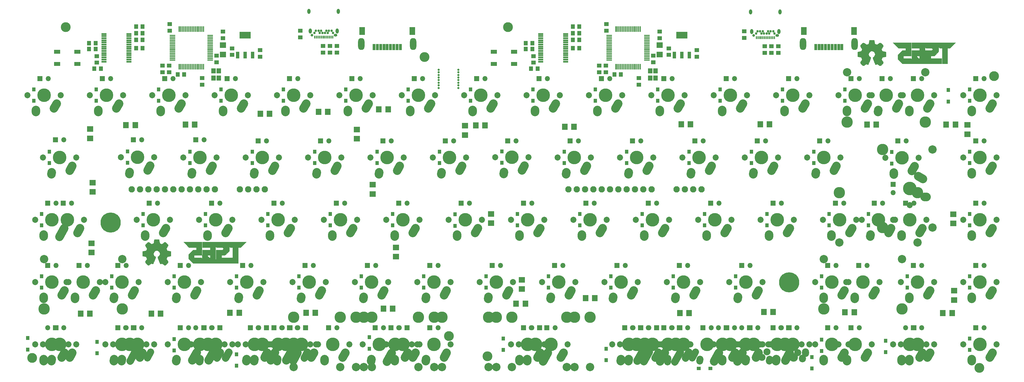
<source format=gbr>
G04 #@! TF.FileFunction,Soldermask,Bot*
%FSLAX46Y46*%
G04 Gerber Fmt 4.6, Leading zero omitted, Abs format (unit mm)*
G04 Created by KiCad (PCBNEW 4.0.1-stable) date 2/8/2016 10:38:53 PM*
%MOMM*%
G01*
G04 APERTURE LIST*
%ADD10C,0.150000*%
%ADD11C,0.002540*%
%ADD12C,0.010000*%
%ADD13O,1.552400X1.552400*%
%ADD14R,1.552400X1.552400*%
%ADD15C,4.140210*%
%ADD16C,1.854210*%
%ADD17C,2.652400*%
%ADD18C,2.540000*%
%ADD19C,3.479800*%
%ADD20C,2.252400*%
%ADD21C,2.452400*%
%ADD22R,1.152400X1.402400*%
%ADD23R,1.402400X1.152400*%
%ADD24R,1.003300X1.153160*%
%ADD25R,1.952400X1.252400*%
%ADD26R,1.953260X1.750060*%
%ADD27R,1.582400X0.552400*%
%ADD28R,0.452400X1.652400*%
%ADD29R,1.652400X0.452400*%
%ADD30R,1.352400X1.552400*%
%ADD31R,1.750060X1.953260*%
%ADD32C,1.952400*%
%ADD33C,6.152400*%
%ADD34C,3.000000*%
%ADD35O,1.952400X3.652400*%
%ADD36R,0.852400X1.952400*%
%ADD37R,1.792400X2.352400*%
%ADD38C,2.152400*%
%ADD39O,0.952400X1.552400*%
%ADD40C,0.802400*%
%ADD41O,1.102400X0.802400*%
%ADD42C,0.752400*%
%ADD43R,0.452400X0.852400*%
%ADD44R,1.102400X2.052400*%
%ADD45R,3.402400X2.052400*%
%ADD46C,2.352400*%
%ADD47O,2.152400X2.652400*%
%ADD48O,2.152400X2.352400*%
%ADD49R,1.153160X1.003300*%
%ADD50C,2.152400*%
%ADD51C,2.652400*%
%ADD52C,0.652400*%
G04 APERTURE END LIST*
D10*
D11*
G36*
X94095700Y-134348660D02*
X94095700Y-134485820D01*
X94095700Y-134597580D01*
X94098240Y-134686480D01*
X94098240Y-134757600D01*
X94100780Y-134810940D01*
X94103320Y-134849040D01*
X94105860Y-134876980D01*
X94110940Y-134892220D01*
X94116020Y-134897300D01*
X94133800Y-134904920D01*
X94176980Y-134915080D01*
X94240480Y-134930320D01*
X94321760Y-134945560D01*
X94418280Y-134965880D01*
X94527500Y-134986200D01*
X94641800Y-135009060D01*
X94768800Y-135031920D01*
X94883100Y-135054780D01*
X94982160Y-135075100D01*
X95063440Y-135092880D01*
X95124400Y-135105580D01*
X95159960Y-135115740D01*
X95170120Y-135120820D01*
X95180280Y-135138600D01*
X95200600Y-135176700D01*
X95226000Y-135235120D01*
X95256480Y-135303700D01*
X95289500Y-135379900D01*
X95322520Y-135463720D01*
X95355540Y-135545000D01*
X95386020Y-135621200D01*
X95411420Y-135689780D01*
X95431740Y-135745660D01*
X95444440Y-135783760D01*
X95446980Y-135799000D01*
X95439360Y-135811700D01*
X95416500Y-135847260D01*
X95380940Y-135900600D01*
X95335220Y-135966640D01*
X95281880Y-136045380D01*
X95223460Y-136131740D01*
X95185360Y-136185080D01*
X94928820Y-136561000D01*
X94928820Y-136728640D01*
X94928820Y-136896280D01*
X95319980Y-137287440D01*
X95711140Y-137678600D01*
X95876240Y-137678600D01*
X96038800Y-137678600D01*
X96409640Y-137424600D01*
X96777940Y-137170600D01*
X96897320Y-137234100D01*
X97014160Y-137300140D01*
X97186880Y-137295060D01*
X97359600Y-137289980D01*
X97738060Y-136380660D01*
X98116520Y-135471340D01*
X98116520Y-135326560D01*
X98116520Y-135263060D01*
X98113980Y-135209720D01*
X98111440Y-135174160D01*
X98108900Y-135161460D01*
X98093660Y-135143680D01*
X98060640Y-135115740D01*
X98014920Y-135080180D01*
X97971740Y-135049700D01*
X97854900Y-134963340D01*
X97758380Y-134882060D01*
X97679640Y-134800780D01*
X97613600Y-134714420D01*
X97555180Y-134615360D01*
X97517080Y-134541700D01*
X97458660Y-134409620D01*
X97425640Y-134290240D01*
X97418020Y-134181020D01*
X97423100Y-134112440D01*
X97468820Y-133947340D01*
X97539940Y-133792400D01*
X97631380Y-133647620D01*
X97748220Y-133515540D01*
X97882840Y-133401240D01*
X98032700Y-133307260D01*
X98053020Y-133297100D01*
X98159700Y-133248840D01*
X98263840Y-133215820D01*
X98362900Y-133195500D01*
X98421320Y-133190420D01*
X98528000Y-133203120D01*
X98647380Y-133236140D01*
X98771840Y-133289480D01*
X98893760Y-133360600D01*
X99008060Y-133444420D01*
X99112200Y-133538400D01*
X99178240Y-133609520D01*
X99239200Y-133698420D01*
X99300160Y-133805100D01*
X99350960Y-133919400D01*
X99391600Y-134028620D01*
X99401760Y-134064180D01*
X99414460Y-134137840D01*
X99419540Y-134206420D01*
X99414460Y-134272460D01*
X99394140Y-134348660D01*
X99363660Y-134442640D01*
X99356040Y-134462960D01*
X99282380Y-134617900D01*
X99185860Y-134760140D01*
X99063940Y-134892220D01*
X98919160Y-135011600D01*
X98820100Y-135080180D01*
X98779460Y-135108120D01*
X98746440Y-135130980D01*
X98731200Y-135143680D01*
X98728660Y-135164000D01*
X98723580Y-135207180D01*
X98723580Y-135263060D01*
X98721040Y-135316400D01*
X98721040Y-135471340D01*
X99089340Y-136355260D01*
X99150300Y-136507660D01*
X99208720Y-136649900D01*
X99264600Y-136784520D01*
X99315400Y-136906440D01*
X99361120Y-137013120D01*
X99399220Y-137104560D01*
X99429700Y-137180760D01*
X99452560Y-137234100D01*
X99467800Y-137264580D01*
X99470340Y-137269660D01*
X99477960Y-137282360D01*
X99493200Y-137289980D01*
X99518600Y-137295060D01*
X99559240Y-137297600D01*
X99620200Y-137297600D01*
X99650680Y-137297600D01*
X99818320Y-137297600D01*
X99937700Y-137234100D01*
X100057080Y-137170600D01*
X100288220Y-137330620D01*
X100372040Y-137386500D01*
X100458400Y-137447460D01*
X100542220Y-137503340D01*
X100613340Y-137551600D01*
X100659060Y-137584620D01*
X100798760Y-137678600D01*
X100963860Y-137678600D01*
X101126420Y-137678600D01*
X101520120Y-137287440D01*
X101911280Y-136896280D01*
X101911280Y-136731180D01*
X101911280Y-136660060D01*
X101908740Y-136611800D01*
X101903660Y-136576240D01*
X101896040Y-136550840D01*
X101880800Y-136525440D01*
X101863020Y-136500040D01*
X101842700Y-136469560D01*
X101809680Y-136418760D01*
X101763960Y-136352720D01*
X101713160Y-136276520D01*
X101654740Y-136192700D01*
X101603940Y-136116500D01*
X101545520Y-136032680D01*
X101494720Y-135956480D01*
X101451540Y-135890440D01*
X101418520Y-135837100D01*
X101395660Y-135801540D01*
X101388040Y-135786300D01*
X101393120Y-135768520D01*
X101408360Y-135727880D01*
X101428680Y-135669460D01*
X101459160Y-135595800D01*
X101492180Y-135511980D01*
X101517580Y-135445940D01*
X101560760Y-135336720D01*
X101596320Y-135252900D01*
X101624260Y-135189400D01*
X101647120Y-135146220D01*
X101662360Y-135120820D01*
X101675060Y-135110660D01*
X101697920Y-135105580D01*
X101741100Y-135095420D01*
X101807140Y-135082720D01*
X101890960Y-135064940D01*
X101990020Y-135047160D01*
X102099240Y-135024300D01*
X102205920Y-135006520D01*
X102320220Y-134983660D01*
X102429440Y-134963340D01*
X102523420Y-134943020D01*
X102604700Y-134927780D01*
X102668200Y-134912540D01*
X102708840Y-134902380D01*
X102724080Y-134897300D01*
X102729160Y-134889680D01*
X102731700Y-134871900D01*
X102734240Y-134841420D01*
X102736780Y-134798240D01*
X102739320Y-134739820D01*
X102741860Y-134661080D01*
X102741860Y-134564560D01*
X102741860Y-134445180D01*
X102744400Y-134297860D01*
X102744400Y-134186100D01*
X102744400Y-133490140D01*
X102711380Y-133472360D01*
X102691060Y-133464740D01*
X102645340Y-133452040D01*
X102579300Y-133439340D01*
X102495480Y-133421560D01*
X102396420Y-133401240D01*
X102284660Y-133380920D01*
X102167820Y-133358060D01*
X102165280Y-133358060D01*
X102048440Y-133335200D01*
X101939220Y-133314880D01*
X101840160Y-133294560D01*
X101758880Y-133276780D01*
X101695380Y-133264080D01*
X101652200Y-133251380D01*
X101631880Y-133246300D01*
X101631880Y-133246300D01*
X101621720Y-133228520D01*
X101603940Y-133190420D01*
X101578540Y-133134540D01*
X101545520Y-133065960D01*
X101512500Y-132989760D01*
X101479480Y-132911020D01*
X101443920Y-132834820D01*
X101413440Y-132763700D01*
X101388040Y-132700200D01*
X101370260Y-132654480D01*
X101360100Y-132626540D01*
X101360100Y-132624000D01*
X101367720Y-132608760D01*
X101390580Y-132573200D01*
X101423600Y-132519860D01*
X101469320Y-132451280D01*
X101522660Y-132372540D01*
X101583620Y-132283640D01*
X101634420Y-132207440D01*
X101911280Y-131806120D01*
X101911280Y-131643560D01*
X101911280Y-131481000D01*
X101520120Y-131087300D01*
X101128960Y-130696140D01*
X100961320Y-130696140D01*
X100793680Y-130696140D01*
X100438080Y-130939980D01*
X100346640Y-131000940D01*
X100260280Y-131061900D01*
X100181540Y-131115240D01*
X100115500Y-131160960D01*
X100064700Y-131196520D01*
X100031680Y-131219380D01*
X100026600Y-131221920D01*
X99968180Y-131262560D01*
X99701480Y-131153340D01*
X99597340Y-131112700D01*
X99518600Y-131079680D01*
X99457640Y-131054280D01*
X99414460Y-131033960D01*
X99386520Y-131018720D01*
X99368740Y-131006020D01*
X99356040Y-130995860D01*
X99350960Y-130983160D01*
X99350960Y-130980620D01*
X99345880Y-130960300D01*
X99335720Y-130914580D01*
X99323020Y-130851080D01*
X99307780Y-130767260D01*
X99287460Y-130668200D01*
X99267140Y-130558980D01*
X99246820Y-130439600D01*
X99244280Y-130426900D01*
X99221420Y-130310060D01*
X99198560Y-130198300D01*
X99180780Y-130099240D01*
X99163000Y-130015420D01*
X99147760Y-129949380D01*
X99137600Y-129903660D01*
X99129980Y-129883340D01*
X99129980Y-129883340D01*
X99122360Y-129878260D01*
X99104580Y-129875720D01*
X99079180Y-129870640D01*
X99038540Y-129868100D01*
X98982660Y-129868100D01*
X98909000Y-129865560D01*
X98817560Y-129865560D01*
X98703260Y-129863020D01*
X98563560Y-129863020D01*
X98421320Y-129863020D01*
X98284160Y-129863020D01*
X98154620Y-129865560D01*
X98037780Y-129865560D01*
X97933640Y-129868100D01*
X97844740Y-129868100D01*
X97778700Y-129870640D01*
X97732980Y-129873180D01*
X97710120Y-129875720D01*
X97710120Y-129875720D01*
X97702500Y-129893500D01*
X97692340Y-129934140D01*
X97677100Y-130002720D01*
X97656780Y-130089080D01*
X97636460Y-130198300D01*
X97611060Y-130325300D01*
X97593280Y-130421820D01*
X97570420Y-130541200D01*
X97550100Y-130655500D01*
X97529780Y-130757100D01*
X97514540Y-130843460D01*
X97499300Y-130912040D01*
X97489140Y-130960300D01*
X97484060Y-130985700D01*
X97484060Y-130985700D01*
X97471360Y-131000940D01*
X97440880Y-131018720D01*
X97395160Y-131041580D01*
X97326580Y-131072060D01*
X97237680Y-131112700D01*
X97171640Y-131138100D01*
X97075120Y-131178740D01*
X97001460Y-131206680D01*
X96948120Y-131229540D01*
X96907480Y-131242240D01*
X96882080Y-131247320D01*
X96861760Y-131249860D01*
X96849060Y-131244780D01*
X96836360Y-131239700D01*
X96833820Y-131237160D01*
X96813500Y-131224460D01*
X96772860Y-131196520D01*
X96716980Y-131155880D01*
X96643320Y-131107620D01*
X96562040Y-131051740D01*
X96470600Y-130990780D01*
X96419800Y-130955220D01*
X96043880Y-130696140D01*
X95876240Y-130696140D01*
X95711140Y-130696140D01*
X95319980Y-131087300D01*
X94928820Y-131478460D01*
X94928820Y-131646100D01*
X94928820Y-131813740D01*
X95205680Y-132215060D01*
X95482540Y-132616380D01*
X95350460Y-132928800D01*
X95309820Y-133017700D01*
X95274260Y-133098980D01*
X95241240Y-133165020D01*
X95215840Y-133215820D01*
X95198060Y-133246300D01*
X95192980Y-133251380D01*
X95172660Y-133256460D01*
X95129480Y-133266620D01*
X95065980Y-133281860D01*
X94982160Y-133297100D01*
X94883100Y-133317420D01*
X94773880Y-133337740D01*
X94657040Y-133360600D01*
X94644340Y-133363140D01*
X94507180Y-133388540D01*
X94387800Y-133411400D01*
X94288740Y-133431720D01*
X94207460Y-133449500D01*
X94149040Y-133464740D01*
X94116020Y-133474900D01*
X94108400Y-133479980D01*
X94105860Y-133495220D01*
X94103320Y-133538400D01*
X94100780Y-133604440D01*
X94098240Y-133690800D01*
X94098240Y-133792400D01*
X94095700Y-133906700D01*
X94095700Y-134033700D01*
X94095700Y-134170860D01*
X94095700Y-134188640D01*
X94095700Y-134348660D01*
X94095700Y-134348660D01*
X94095700Y-134348660D01*
G37*
X94095700Y-134348660D02*
X94095700Y-134485820D01*
X94095700Y-134597580D01*
X94098240Y-134686480D01*
X94098240Y-134757600D01*
X94100780Y-134810940D01*
X94103320Y-134849040D01*
X94105860Y-134876980D01*
X94110940Y-134892220D01*
X94116020Y-134897300D01*
X94133800Y-134904920D01*
X94176980Y-134915080D01*
X94240480Y-134930320D01*
X94321760Y-134945560D01*
X94418280Y-134965880D01*
X94527500Y-134986200D01*
X94641800Y-135009060D01*
X94768800Y-135031920D01*
X94883100Y-135054780D01*
X94982160Y-135075100D01*
X95063440Y-135092880D01*
X95124400Y-135105580D01*
X95159960Y-135115740D01*
X95170120Y-135120820D01*
X95180280Y-135138600D01*
X95200600Y-135176700D01*
X95226000Y-135235120D01*
X95256480Y-135303700D01*
X95289500Y-135379900D01*
X95322520Y-135463720D01*
X95355540Y-135545000D01*
X95386020Y-135621200D01*
X95411420Y-135689780D01*
X95431740Y-135745660D01*
X95444440Y-135783760D01*
X95446980Y-135799000D01*
X95439360Y-135811700D01*
X95416500Y-135847260D01*
X95380940Y-135900600D01*
X95335220Y-135966640D01*
X95281880Y-136045380D01*
X95223460Y-136131740D01*
X95185360Y-136185080D01*
X94928820Y-136561000D01*
X94928820Y-136728640D01*
X94928820Y-136896280D01*
X95319980Y-137287440D01*
X95711140Y-137678600D01*
X95876240Y-137678600D01*
X96038800Y-137678600D01*
X96409640Y-137424600D01*
X96777940Y-137170600D01*
X96897320Y-137234100D01*
X97014160Y-137300140D01*
X97186880Y-137295060D01*
X97359600Y-137289980D01*
X97738060Y-136380660D01*
X98116520Y-135471340D01*
X98116520Y-135326560D01*
X98116520Y-135263060D01*
X98113980Y-135209720D01*
X98111440Y-135174160D01*
X98108900Y-135161460D01*
X98093660Y-135143680D01*
X98060640Y-135115740D01*
X98014920Y-135080180D01*
X97971740Y-135049700D01*
X97854900Y-134963340D01*
X97758380Y-134882060D01*
X97679640Y-134800780D01*
X97613600Y-134714420D01*
X97555180Y-134615360D01*
X97517080Y-134541700D01*
X97458660Y-134409620D01*
X97425640Y-134290240D01*
X97418020Y-134181020D01*
X97423100Y-134112440D01*
X97468820Y-133947340D01*
X97539940Y-133792400D01*
X97631380Y-133647620D01*
X97748220Y-133515540D01*
X97882840Y-133401240D01*
X98032700Y-133307260D01*
X98053020Y-133297100D01*
X98159700Y-133248840D01*
X98263840Y-133215820D01*
X98362900Y-133195500D01*
X98421320Y-133190420D01*
X98528000Y-133203120D01*
X98647380Y-133236140D01*
X98771840Y-133289480D01*
X98893760Y-133360600D01*
X99008060Y-133444420D01*
X99112200Y-133538400D01*
X99178240Y-133609520D01*
X99239200Y-133698420D01*
X99300160Y-133805100D01*
X99350960Y-133919400D01*
X99391600Y-134028620D01*
X99401760Y-134064180D01*
X99414460Y-134137840D01*
X99419540Y-134206420D01*
X99414460Y-134272460D01*
X99394140Y-134348660D01*
X99363660Y-134442640D01*
X99356040Y-134462960D01*
X99282380Y-134617900D01*
X99185860Y-134760140D01*
X99063940Y-134892220D01*
X98919160Y-135011600D01*
X98820100Y-135080180D01*
X98779460Y-135108120D01*
X98746440Y-135130980D01*
X98731200Y-135143680D01*
X98728660Y-135164000D01*
X98723580Y-135207180D01*
X98723580Y-135263060D01*
X98721040Y-135316400D01*
X98721040Y-135471340D01*
X99089340Y-136355260D01*
X99150300Y-136507660D01*
X99208720Y-136649900D01*
X99264600Y-136784520D01*
X99315400Y-136906440D01*
X99361120Y-137013120D01*
X99399220Y-137104560D01*
X99429700Y-137180760D01*
X99452560Y-137234100D01*
X99467800Y-137264580D01*
X99470340Y-137269660D01*
X99477960Y-137282360D01*
X99493200Y-137289980D01*
X99518600Y-137295060D01*
X99559240Y-137297600D01*
X99620200Y-137297600D01*
X99650680Y-137297600D01*
X99818320Y-137297600D01*
X99937700Y-137234100D01*
X100057080Y-137170600D01*
X100288220Y-137330620D01*
X100372040Y-137386500D01*
X100458400Y-137447460D01*
X100542220Y-137503340D01*
X100613340Y-137551600D01*
X100659060Y-137584620D01*
X100798760Y-137678600D01*
X100963860Y-137678600D01*
X101126420Y-137678600D01*
X101520120Y-137287440D01*
X101911280Y-136896280D01*
X101911280Y-136731180D01*
X101911280Y-136660060D01*
X101908740Y-136611800D01*
X101903660Y-136576240D01*
X101896040Y-136550840D01*
X101880800Y-136525440D01*
X101863020Y-136500040D01*
X101842700Y-136469560D01*
X101809680Y-136418760D01*
X101763960Y-136352720D01*
X101713160Y-136276520D01*
X101654740Y-136192700D01*
X101603940Y-136116500D01*
X101545520Y-136032680D01*
X101494720Y-135956480D01*
X101451540Y-135890440D01*
X101418520Y-135837100D01*
X101395660Y-135801540D01*
X101388040Y-135786300D01*
X101393120Y-135768520D01*
X101408360Y-135727880D01*
X101428680Y-135669460D01*
X101459160Y-135595800D01*
X101492180Y-135511980D01*
X101517580Y-135445940D01*
X101560760Y-135336720D01*
X101596320Y-135252900D01*
X101624260Y-135189400D01*
X101647120Y-135146220D01*
X101662360Y-135120820D01*
X101675060Y-135110660D01*
X101697920Y-135105580D01*
X101741100Y-135095420D01*
X101807140Y-135082720D01*
X101890960Y-135064940D01*
X101990020Y-135047160D01*
X102099240Y-135024300D01*
X102205920Y-135006520D01*
X102320220Y-134983660D01*
X102429440Y-134963340D01*
X102523420Y-134943020D01*
X102604700Y-134927780D01*
X102668200Y-134912540D01*
X102708840Y-134902380D01*
X102724080Y-134897300D01*
X102729160Y-134889680D01*
X102731700Y-134871900D01*
X102734240Y-134841420D01*
X102736780Y-134798240D01*
X102739320Y-134739820D01*
X102741860Y-134661080D01*
X102741860Y-134564560D01*
X102741860Y-134445180D01*
X102744400Y-134297860D01*
X102744400Y-134186100D01*
X102744400Y-133490140D01*
X102711380Y-133472360D01*
X102691060Y-133464740D01*
X102645340Y-133452040D01*
X102579300Y-133439340D01*
X102495480Y-133421560D01*
X102396420Y-133401240D01*
X102284660Y-133380920D01*
X102167820Y-133358060D01*
X102165280Y-133358060D01*
X102048440Y-133335200D01*
X101939220Y-133314880D01*
X101840160Y-133294560D01*
X101758880Y-133276780D01*
X101695380Y-133264080D01*
X101652200Y-133251380D01*
X101631880Y-133246300D01*
X101631880Y-133246300D01*
X101621720Y-133228520D01*
X101603940Y-133190420D01*
X101578540Y-133134540D01*
X101545520Y-133065960D01*
X101512500Y-132989760D01*
X101479480Y-132911020D01*
X101443920Y-132834820D01*
X101413440Y-132763700D01*
X101388040Y-132700200D01*
X101370260Y-132654480D01*
X101360100Y-132626540D01*
X101360100Y-132624000D01*
X101367720Y-132608760D01*
X101390580Y-132573200D01*
X101423600Y-132519860D01*
X101469320Y-132451280D01*
X101522660Y-132372540D01*
X101583620Y-132283640D01*
X101634420Y-132207440D01*
X101911280Y-131806120D01*
X101911280Y-131643560D01*
X101911280Y-131481000D01*
X101520120Y-131087300D01*
X101128960Y-130696140D01*
X100961320Y-130696140D01*
X100793680Y-130696140D01*
X100438080Y-130939980D01*
X100346640Y-131000940D01*
X100260280Y-131061900D01*
X100181540Y-131115240D01*
X100115500Y-131160960D01*
X100064700Y-131196520D01*
X100031680Y-131219380D01*
X100026600Y-131221920D01*
X99968180Y-131262560D01*
X99701480Y-131153340D01*
X99597340Y-131112700D01*
X99518600Y-131079680D01*
X99457640Y-131054280D01*
X99414460Y-131033960D01*
X99386520Y-131018720D01*
X99368740Y-131006020D01*
X99356040Y-130995860D01*
X99350960Y-130983160D01*
X99350960Y-130980620D01*
X99345880Y-130960300D01*
X99335720Y-130914580D01*
X99323020Y-130851080D01*
X99307780Y-130767260D01*
X99287460Y-130668200D01*
X99267140Y-130558980D01*
X99246820Y-130439600D01*
X99244280Y-130426900D01*
X99221420Y-130310060D01*
X99198560Y-130198300D01*
X99180780Y-130099240D01*
X99163000Y-130015420D01*
X99147760Y-129949380D01*
X99137600Y-129903660D01*
X99129980Y-129883340D01*
X99129980Y-129883340D01*
X99122360Y-129878260D01*
X99104580Y-129875720D01*
X99079180Y-129870640D01*
X99038540Y-129868100D01*
X98982660Y-129868100D01*
X98909000Y-129865560D01*
X98817560Y-129865560D01*
X98703260Y-129863020D01*
X98563560Y-129863020D01*
X98421320Y-129863020D01*
X98284160Y-129863020D01*
X98154620Y-129865560D01*
X98037780Y-129865560D01*
X97933640Y-129868100D01*
X97844740Y-129868100D01*
X97778700Y-129870640D01*
X97732980Y-129873180D01*
X97710120Y-129875720D01*
X97710120Y-129875720D01*
X97702500Y-129893500D01*
X97692340Y-129934140D01*
X97677100Y-130002720D01*
X97656780Y-130089080D01*
X97636460Y-130198300D01*
X97611060Y-130325300D01*
X97593280Y-130421820D01*
X97570420Y-130541200D01*
X97550100Y-130655500D01*
X97529780Y-130757100D01*
X97514540Y-130843460D01*
X97499300Y-130912040D01*
X97489140Y-130960300D01*
X97484060Y-130985700D01*
X97484060Y-130985700D01*
X97471360Y-131000940D01*
X97440880Y-131018720D01*
X97395160Y-131041580D01*
X97326580Y-131072060D01*
X97237680Y-131112700D01*
X97171640Y-131138100D01*
X97075120Y-131178740D01*
X97001460Y-131206680D01*
X96948120Y-131229540D01*
X96907480Y-131242240D01*
X96882080Y-131247320D01*
X96861760Y-131249860D01*
X96849060Y-131244780D01*
X96836360Y-131239700D01*
X96833820Y-131237160D01*
X96813500Y-131224460D01*
X96772860Y-131196520D01*
X96716980Y-131155880D01*
X96643320Y-131107620D01*
X96562040Y-131051740D01*
X96470600Y-130990780D01*
X96419800Y-130955220D01*
X96043880Y-130696140D01*
X95876240Y-130696140D01*
X95711140Y-130696140D01*
X95319980Y-131087300D01*
X94928820Y-131478460D01*
X94928820Y-131646100D01*
X94928820Y-131813740D01*
X95205680Y-132215060D01*
X95482540Y-132616380D01*
X95350460Y-132928800D01*
X95309820Y-133017700D01*
X95274260Y-133098980D01*
X95241240Y-133165020D01*
X95215840Y-133215820D01*
X95198060Y-133246300D01*
X95192980Y-133251380D01*
X95172660Y-133256460D01*
X95129480Y-133266620D01*
X95065980Y-133281860D01*
X94982160Y-133297100D01*
X94883100Y-133317420D01*
X94773880Y-133337740D01*
X94657040Y-133360600D01*
X94644340Y-133363140D01*
X94507180Y-133388540D01*
X94387800Y-133411400D01*
X94288740Y-133431720D01*
X94207460Y-133449500D01*
X94149040Y-133464740D01*
X94116020Y-133474900D01*
X94108400Y-133479980D01*
X94105860Y-133495220D01*
X94103320Y-133538400D01*
X94100780Y-133604440D01*
X94098240Y-133690800D01*
X94098240Y-133792400D01*
X94095700Y-133906700D01*
X94095700Y-134033700D01*
X94095700Y-134170860D01*
X94095700Y-134188640D01*
X94095700Y-134348660D01*
X94095700Y-134348660D01*
D12*
G36*
X112346080Y-132291260D02*
X114743840Y-132291260D01*
X114743840Y-133022780D01*
X112346080Y-133022780D01*
X112346080Y-134353740D01*
X112346022Y-134516421D01*
X112345853Y-134673399D01*
X112345578Y-134823485D01*
X112345206Y-134965489D01*
X112344743Y-135098225D01*
X112344196Y-135220502D01*
X112343572Y-135331133D01*
X112342878Y-135428930D01*
X112342121Y-135512704D01*
X112341308Y-135581266D01*
X112340445Y-135633428D01*
X112339540Y-135668002D01*
X112338600Y-135683799D01*
X112338314Y-135684700D01*
X112329003Y-135677838D01*
X112307832Y-135658768D01*
X112277198Y-135629756D01*
X112239500Y-135593074D01*
X112198761Y-135552620D01*
X112066974Y-135420540D01*
X109816240Y-135420540D01*
X109816240Y-134699180D01*
X112214000Y-134699180D01*
X112214000Y-130625020D01*
X106610807Y-130625020D01*
X107443881Y-131458140D01*
X108276954Y-132291260D01*
X110537600Y-132291260D01*
X110537600Y-133022780D01*
X110011792Y-133022779D01*
X109485983Y-133022779D01*
X108812912Y-133695908D01*
X108139840Y-134369036D01*
X108139841Y-135059917D01*
X108139841Y-135750797D01*
X108812969Y-136423868D01*
X109486097Y-137096940D01*
X116410239Y-137096940D01*
X116407767Y-134699180D01*
X114743840Y-134699180D01*
X114743840Y-135420540D01*
X114464271Y-135420540D01*
X114238296Y-135194397D01*
X114012320Y-134968254D01*
X114012320Y-134699180D01*
X114743840Y-134699180D01*
X116407767Y-134699180D01*
X116407620Y-134557104D01*
X116405000Y-132017269D01*
X116511680Y-132123152D01*
X116555335Y-132165881D01*
X116589073Y-132196878D01*
X116616967Y-132219148D01*
X116643091Y-132235695D01*
X116671516Y-132249526D01*
X116697365Y-132260147D01*
X116776369Y-132291259D01*
X117627111Y-132291259D01*
X118477852Y-132291260D01*
X118660521Y-132474140D01*
X118843189Y-132657019D01*
X118660520Y-132839899D01*
X118477852Y-133022780D01*
X116542160Y-133022780D01*
X116542160Y-137096940D01*
X121510400Y-137096940D01*
X121510400Y-135420540D01*
X118208400Y-135420540D01*
X118208400Y-134699180D01*
X118739289Y-134699180D01*
X119270178Y-134699179D01*
X119943398Y-134025902D01*
X120616619Y-133352624D01*
X120613930Y-132702562D01*
X120613324Y-132588999D01*
X120612485Y-132481115D01*
X120611444Y-132380683D01*
X120610231Y-132289475D01*
X120608878Y-132209263D01*
X120607416Y-132141819D01*
X120605875Y-132088915D01*
X120604285Y-132052323D01*
X120602679Y-132033816D01*
X120602260Y-132032180D01*
X120606237Y-132032640D01*
X120622552Y-132045733D01*
X120649228Y-132069672D01*
X120684284Y-132102672D01*
X120725743Y-132142945D01*
X120734471Y-132151560D01*
X120875664Y-132291260D01*
X121642480Y-132291260D01*
X121642480Y-137096940D01*
X123308720Y-137096940D01*
X123308720Y-132291260D01*
X124075847Y-132291260D01*
X124908921Y-131458140D01*
X125741994Y-130625020D01*
X112346080Y-130625020D01*
X112346080Y-132291260D01*
X112346080Y-132291260D01*
G37*
X112346080Y-132291260D02*
X114743840Y-132291260D01*
X114743840Y-133022780D01*
X112346080Y-133022780D01*
X112346080Y-134353740D01*
X112346022Y-134516421D01*
X112345853Y-134673399D01*
X112345578Y-134823485D01*
X112345206Y-134965489D01*
X112344743Y-135098225D01*
X112344196Y-135220502D01*
X112343572Y-135331133D01*
X112342878Y-135428930D01*
X112342121Y-135512704D01*
X112341308Y-135581266D01*
X112340445Y-135633428D01*
X112339540Y-135668002D01*
X112338600Y-135683799D01*
X112338314Y-135684700D01*
X112329003Y-135677838D01*
X112307832Y-135658768D01*
X112277198Y-135629756D01*
X112239500Y-135593074D01*
X112198761Y-135552620D01*
X112066974Y-135420540D01*
X109816240Y-135420540D01*
X109816240Y-134699180D01*
X112214000Y-134699180D01*
X112214000Y-130625020D01*
X106610807Y-130625020D01*
X107443881Y-131458140D01*
X108276954Y-132291260D01*
X110537600Y-132291260D01*
X110537600Y-133022780D01*
X110011792Y-133022779D01*
X109485983Y-133022779D01*
X108812912Y-133695908D01*
X108139840Y-134369036D01*
X108139841Y-135059917D01*
X108139841Y-135750797D01*
X108812969Y-136423868D01*
X109486097Y-137096940D01*
X116410239Y-137096940D01*
X116407767Y-134699180D01*
X114743840Y-134699180D01*
X114743840Y-135420540D01*
X114464271Y-135420540D01*
X114238296Y-135194397D01*
X114012320Y-134968254D01*
X114012320Y-134699180D01*
X114743840Y-134699180D01*
X116407767Y-134699180D01*
X116407620Y-134557104D01*
X116405000Y-132017269D01*
X116511680Y-132123152D01*
X116555335Y-132165881D01*
X116589073Y-132196878D01*
X116616967Y-132219148D01*
X116643091Y-132235695D01*
X116671516Y-132249526D01*
X116697365Y-132260147D01*
X116776369Y-132291259D01*
X117627111Y-132291259D01*
X118477852Y-132291260D01*
X118660521Y-132474140D01*
X118843189Y-132657019D01*
X118660520Y-132839899D01*
X118477852Y-133022780D01*
X116542160Y-133022780D01*
X116542160Y-137096940D01*
X121510400Y-137096940D01*
X121510400Y-135420540D01*
X118208400Y-135420540D01*
X118208400Y-134699180D01*
X118739289Y-134699180D01*
X119270178Y-134699179D01*
X119943398Y-134025902D01*
X120616619Y-133352624D01*
X120613930Y-132702562D01*
X120613324Y-132588999D01*
X120612485Y-132481115D01*
X120611444Y-132380683D01*
X120610231Y-132289475D01*
X120608878Y-132209263D01*
X120607416Y-132141819D01*
X120605875Y-132088915D01*
X120604285Y-132052323D01*
X120602679Y-132033816D01*
X120602260Y-132032180D01*
X120606237Y-132032640D01*
X120622552Y-132045733D01*
X120649228Y-132069672D01*
X120684284Y-132102672D01*
X120725743Y-132142945D01*
X120734471Y-132151560D01*
X120875664Y-132291260D01*
X121642480Y-132291260D01*
X121642480Y-137096940D01*
X123308720Y-137096940D01*
X123308720Y-132291260D01*
X124075847Y-132291260D01*
X124908921Y-131458140D01*
X125741994Y-130625020D01*
X112346080Y-130625020D01*
X112346080Y-132291260D01*
D11*
G36*
X312445700Y-73348660D02*
X312445700Y-73485820D01*
X312445700Y-73597580D01*
X312448240Y-73686480D01*
X312448240Y-73757600D01*
X312450780Y-73810940D01*
X312453320Y-73849040D01*
X312455860Y-73876980D01*
X312460940Y-73892220D01*
X312466020Y-73897300D01*
X312483800Y-73904920D01*
X312526980Y-73915080D01*
X312590480Y-73930320D01*
X312671760Y-73945560D01*
X312768280Y-73965880D01*
X312877500Y-73986200D01*
X312991800Y-74009060D01*
X313118800Y-74031920D01*
X313233100Y-74054780D01*
X313332160Y-74075100D01*
X313413440Y-74092880D01*
X313474400Y-74105580D01*
X313509960Y-74115740D01*
X313520120Y-74120820D01*
X313530280Y-74138600D01*
X313550600Y-74176700D01*
X313576000Y-74235120D01*
X313606480Y-74303700D01*
X313639500Y-74379900D01*
X313672520Y-74463720D01*
X313705540Y-74545000D01*
X313736020Y-74621200D01*
X313761420Y-74689780D01*
X313781740Y-74745660D01*
X313794440Y-74783760D01*
X313796980Y-74799000D01*
X313789360Y-74811700D01*
X313766500Y-74847260D01*
X313730940Y-74900600D01*
X313685220Y-74966640D01*
X313631880Y-75045380D01*
X313573460Y-75131740D01*
X313535360Y-75185080D01*
X313278820Y-75561000D01*
X313278820Y-75728640D01*
X313278820Y-75896280D01*
X313669980Y-76287440D01*
X314061140Y-76678600D01*
X314226240Y-76678600D01*
X314388800Y-76678600D01*
X314759640Y-76424600D01*
X315127940Y-76170600D01*
X315247320Y-76234100D01*
X315364160Y-76300140D01*
X315536880Y-76295060D01*
X315709600Y-76289980D01*
X316088060Y-75380660D01*
X316466520Y-74471340D01*
X316466520Y-74326560D01*
X316466520Y-74263060D01*
X316463980Y-74209720D01*
X316461440Y-74174160D01*
X316458900Y-74161460D01*
X316443660Y-74143680D01*
X316410640Y-74115740D01*
X316364920Y-74080180D01*
X316321740Y-74049700D01*
X316204900Y-73963340D01*
X316108380Y-73882060D01*
X316029640Y-73800780D01*
X315963600Y-73714420D01*
X315905180Y-73615360D01*
X315867080Y-73541700D01*
X315808660Y-73409620D01*
X315775640Y-73290240D01*
X315768020Y-73181020D01*
X315773100Y-73112440D01*
X315818820Y-72947340D01*
X315889940Y-72792400D01*
X315981380Y-72647620D01*
X316098220Y-72515540D01*
X316232840Y-72401240D01*
X316382700Y-72307260D01*
X316403020Y-72297100D01*
X316509700Y-72248840D01*
X316613840Y-72215820D01*
X316712900Y-72195500D01*
X316771320Y-72190420D01*
X316878000Y-72203120D01*
X316997380Y-72236140D01*
X317121840Y-72289480D01*
X317243760Y-72360600D01*
X317358060Y-72444420D01*
X317462200Y-72538400D01*
X317528240Y-72609520D01*
X317589200Y-72698420D01*
X317650160Y-72805100D01*
X317700960Y-72919400D01*
X317741600Y-73028620D01*
X317751760Y-73064180D01*
X317764460Y-73137840D01*
X317769540Y-73206420D01*
X317764460Y-73272460D01*
X317744140Y-73348660D01*
X317713660Y-73442640D01*
X317706040Y-73462960D01*
X317632380Y-73617900D01*
X317535860Y-73760140D01*
X317413940Y-73892220D01*
X317269160Y-74011600D01*
X317170100Y-74080180D01*
X317129460Y-74108120D01*
X317096440Y-74130980D01*
X317081200Y-74143680D01*
X317078660Y-74164000D01*
X317073580Y-74207180D01*
X317073580Y-74263060D01*
X317071040Y-74316400D01*
X317071040Y-74471340D01*
X317439340Y-75355260D01*
X317500300Y-75507660D01*
X317558720Y-75649900D01*
X317614600Y-75784520D01*
X317665400Y-75906440D01*
X317711120Y-76013120D01*
X317749220Y-76104560D01*
X317779700Y-76180760D01*
X317802560Y-76234100D01*
X317817800Y-76264580D01*
X317820340Y-76269660D01*
X317827960Y-76282360D01*
X317843200Y-76289980D01*
X317868600Y-76295060D01*
X317909240Y-76297600D01*
X317970200Y-76297600D01*
X318000680Y-76297600D01*
X318168320Y-76297600D01*
X318287700Y-76234100D01*
X318407080Y-76170600D01*
X318638220Y-76330620D01*
X318722040Y-76386500D01*
X318808400Y-76447460D01*
X318892220Y-76503340D01*
X318963340Y-76551600D01*
X319009060Y-76584620D01*
X319148760Y-76678600D01*
X319313860Y-76678600D01*
X319476420Y-76678600D01*
X319870120Y-76287440D01*
X320261280Y-75896280D01*
X320261280Y-75731180D01*
X320261280Y-75660060D01*
X320258740Y-75611800D01*
X320253660Y-75576240D01*
X320246040Y-75550840D01*
X320230800Y-75525440D01*
X320213020Y-75500040D01*
X320192700Y-75469560D01*
X320159680Y-75418760D01*
X320113960Y-75352720D01*
X320063160Y-75276520D01*
X320004740Y-75192700D01*
X319953940Y-75116500D01*
X319895520Y-75032680D01*
X319844720Y-74956480D01*
X319801540Y-74890440D01*
X319768520Y-74837100D01*
X319745660Y-74801540D01*
X319738040Y-74786300D01*
X319743120Y-74768520D01*
X319758360Y-74727880D01*
X319778680Y-74669460D01*
X319809160Y-74595800D01*
X319842180Y-74511980D01*
X319867580Y-74445940D01*
X319910760Y-74336720D01*
X319946320Y-74252900D01*
X319974260Y-74189400D01*
X319997120Y-74146220D01*
X320012360Y-74120820D01*
X320025060Y-74110660D01*
X320047920Y-74105580D01*
X320091100Y-74095420D01*
X320157140Y-74082720D01*
X320240960Y-74064940D01*
X320340020Y-74047160D01*
X320449240Y-74024300D01*
X320555920Y-74006520D01*
X320670220Y-73983660D01*
X320779440Y-73963340D01*
X320873420Y-73943020D01*
X320954700Y-73927780D01*
X321018200Y-73912540D01*
X321058840Y-73902380D01*
X321074080Y-73897300D01*
X321079160Y-73889680D01*
X321081700Y-73871900D01*
X321084240Y-73841420D01*
X321086780Y-73798240D01*
X321089320Y-73739820D01*
X321091860Y-73661080D01*
X321091860Y-73564560D01*
X321091860Y-73445180D01*
X321094400Y-73297860D01*
X321094400Y-73186100D01*
X321094400Y-72490140D01*
X321061380Y-72472360D01*
X321041060Y-72464740D01*
X320995340Y-72452040D01*
X320929300Y-72439340D01*
X320845480Y-72421560D01*
X320746420Y-72401240D01*
X320634660Y-72380920D01*
X320517820Y-72358060D01*
X320515280Y-72358060D01*
X320398440Y-72335200D01*
X320289220Y-72314880D01*
X320190160Y-72294560D01*
X320108880Y-72276780D01*
X320045380Y-72264080D01*
X320002200Y-72251380D01*
X319981880Y-72246300D01*
X319981880Y-72246300D01*
X319971720Y-72228520D01*
X319953940Y-72190420D01*
X319928540Y-72134540D01*
X319895520Y-72065960D01*
X319862500Y-71989760D01*
X319829480Y-71911020D01*
X319793920Y-71834820D01*
X319763440Y-71763700D01*
X319738040Y-71700200D01*
X319720260Y-71654480D01*
X319710100Y-71626540D01*
X319710100Y-71624000D01*
X319717720Y-71608760D01*
X319740580Y-71573200D01*
X319773600Y-71519860D01*
X319819320Y-71451280D01*
X319872660Y-71372540D01*
X319933620Y-71283640D01*
X319984420Y-71207440D01*
X320261280Y-70806120D01*
X320261280Y-70643560D01*
X320261280Y-70481000D01*
X319870120Y-70087300D01*
X319478960Y-69696140D01*
X319311320Y-69696140D01*
X319143680Y-69696140D01*
X318788080Y-69939980D01*
X318696640Y-70000940D01*
X318610280Y-70061900D01*
X318531540Y-70115240D01*
X318465500Y-70160960D01*
X318414700Y-70196520D01*
X318381680Y-70219380D01*
X318376600Y-70221920D01*
X318318180Y-70262560D01*
X318051480Y-70153340D01*
X317947340Y-70112700D01*
X317868600Y-70079680D01*
X317807640Y-70054280D01*
X317764460Y-70033960D01*
X317736520Y-70018720D01*
X317718740Y-70006020D01*
X317706040Y-69995860D01*
X317700960Y-69983160D01*
X317700960Y-69980620D01*
X317695880Y-69960300D01*
X317685720Y-69914580D01*
X317673020Y-69851080D01*
X317657780Y-69767260D01*
X317637460Y-69668200D01*
X317617140Y-69558980D01*
X317596820Y-69439600D01*
X317594280Y-69426900D01*
X317571420Y-69310060D01*
X317548560Y-69198300D01*
X317530780Y-69099240D01*
X317513000Y-69015420D01*
X317497760Y-68949380D01*
X317487600Y-68903660D01*
X317479980Y-68883340D01*
X317479980Y-68883340D01*
X317472360Y-68878260D01*
X317454580Y-68875720D01*
X317429180Y-68870640D01*
X317388540Y-68868100D01*
X317332660Y-68868100D01*
X317259000Y-68865560D01*
X317167560Y-68865560D01*
X317053260Y-68863020D01*
X316913560Y-68863020D01*
X316771320Y-68863020D01*
X316634160Y-68863020D01*
X316504620Y-68865560D01*
X316387780Y-68865560D01*
X316283640Y-68868100D01*
X316194740Y-68868100D01*
X316128700Y-68870640D01*
X316082980Y-68873180D01*
X316060120Y-68875720D01*
X316060120Y-68875720D01*
X316052500Y-68893500D01*
X316042340Y-68934140D01*
X316027100Y-69002720D01*
X316006780Y-69089080D01*
X315986460Y-69198300D01*
X315961060Y-69325300D01*
X315943280Y-69421820D01*
X315920420Y-69541200D01*
X315900100Y-69655500D01*
X315879780Y-69757100D01*
X315864540Y-69843460D01*
X315849300Y-69912040D01*
X315839140Y-69960300D01*
X315834060Y-69985700D01*
X315834060Y-69985700D01*
X315821360Y-70000940D01*
X315790880Y-70018720D01*
X315745160Y-70041580D01*
X315676580Y-70072060D01*
X315587680Y-70112700D01*
X315521640Y-70138100D01*
X315425120Y-70178740D01*
X315351460Y-70206680D01*
X315298120Y-70229540D01*
X315257480Y-70242240D01*
X315232080Y-70247320D01*
X315211760Y-70249860D01*
X315199060Y-70244780D01*
X315186360Y-70239700D01*
X315183820Y-70237160D01*
X315163500Y-70224460D01*
X315122860Y-70196520D01*
X315066980Y-70155880D01*
X314993320Y-70107620D01*
X314912040Y-70051740D01*
X314820600Y-69990780D01*
X314769800Y-69955220D01*
X314393880Y-69696140D01*
X314226240Y-69696140D01*
X314061140Y-69696140D01*
X313669980Y-70087300D01*
X313278820Y-70478460D01*
X313278820Y-70646100D01*
X313278820Y-70813740D01*
X313555680Y-71215060D01*
X313832540Y-71616380D01*
X313700460Y-71928800D01*
X313659820Y-72017700D01*
X313624260Y-72098980D01*
X313591240Y-72165020D01*
X313565840Y-72215820D01*
X313548060Y-72246300D01*
X313542980Y-72251380D01*
X313522660Y-72256460D01*
X313479480Y-72266620D01*
X313415980Y-72281860D01*
X313332160Y-72297100D01*
X313233100Y-72317420D01*
X313123880Y-72337740D01*
X313007040Y-72360600D01*
X312994340Y-72363140D01*
X312857180Y-72388540D01*
X312737800Y-72411400D01*
X312638740Y-72431720D01*
X312557460Y-72449500D01*
X312499040Y-72464740D01*
X312466020Y-72474900D01*
X312458400Y-72479980D01*
X312455860Y-72495220D01*
X312453320Y-72538400D01*
X312450780Y-72604440D01*
X312448240Y-72690800D01*
X312448240Y-72792400D01*
X312445700Y-72906700D01*
X312445700Y-73033700D01*
X312445700Y-73170860D01*
X312445700Y-73188640D01*
X312445700Y-73348660D01*
X312445700Y-73348660D01*
X312445700Y-73348660D01*
G37*
X312445700Y-73348660D02*
X312445700Y-73485820D01*
X312445700Y-73597580D01*
X312448240Y-73686480D01*
X312448240Y-73757600D01*
X312450780Y-73810940D01*
X312453320Y-73849040D01*
X312455860Y-73876980D01*
X312460940Y-73892220D01*
X312466020Y-73897300D01*
X312483800Y-73904920D01*
X312526980Y-73915080D01*
X312590480Y-73930320D01*
X312671760Y-73945560D01*
X312768280Y-73965880D01*
X312877500Y-73986200D01*
X312991800Y-74009060D01*
X313118800Y-74031920D01*
X313233100Y-74054780D01*
X313332160Y-74075100D01*
X313413440Y-74092880D01*
X313474400Y-74105580D01*
X313509960Y-74115740D01*
X313520120Y-74120820D01*
X313530280Y-74138600D01*
X313550600Y-74176700D01*
X313576000Y-74235120D01*
X313606480Y-74303700D01*
X313639500Y-74379900D01*
X313672520Y-74463720D01*
X313705540Y-74545000D01*
X313736020Y-74621200D01*
X313761420Y-74689780D01*
X313781740Y-74745660D01*
X313794440Y-74783760D01*
X313796980Y-74799000D01*
X313789360Y-74811700D01*
X313766500Y-74847260D01*
X313730940Y-74900600D01*
X313685220Y-74966640D01*
X313631880Y-75045380D01*
X313573460Y-75131740D01*
X313535360Y-75185080D01*
X313278820Y-75561000D01*
X313278820Y-75728640D01*
X313278820Y-75896280D01*
X313669980Y-76287440D01*
X314061140Y-76678600D01*
X314226240Y-76678600D01*
X314388800Y-76678600D01*
X314759640Y-76424600D01*
X315127940Y-76170600D01*
X315247320Y-76234100D01*
X315364160Y-76300140D01*
X315536880Y-76295060D01*
X315709600Y-76289980D01*
X316088060Y-75380660D01*
X316466520Y-74471340D01*
X316466520Y-74326560D01*
X316466520Y-74263060D01*
X316463980Y-74209720D01*
X316461440Y-74174160D01*
X316458900Y-74161460D01*
X316443660Y-74143680D01*
X316410640Y-74115740D01*
X316364920Y-74080180D01*
X316321740Y-74049700D01*
X316204900Y-73963340D01*
X316108380Y-73882060D01*
X316029640Y-73800780D01*
X315963600Y-73714420D01*
X315905180Y-73615360D01*
X315867080Y-73541700D01*
X315808660Y-73409620D01*
X315775640Y-73290240D01*
X315768020Y-73181020D01*
X315773100Y-73112440D01*
X315818820Y-72947340D01*
X315889940Y-72792400D01*
X315981380Y-72647620D01*
X316098220Y-72515540D01*
X316232840Y-72401240D01*
X316382700Y-72307260D01*
X316403020Y-72297100D01*
X316509700Y-72248840D01*
X316613840Y-72215820D01*
X316712900Y-72195500D01*
X316771320Y-72190420D01*
X316878000Y-72203120D01*
X316997380Y-72236140D01*
X317121840Y-72289480D01*
X317243760Y-72360600D01*
X317358060Y-72444420D01*
X317462200Y-72538400D01*
X317528240Y-72609520D01*
X317589200Y-72698420D01*
X317650160Y-72805100D01*
X317700960Y-72919400D01*
X317741600Y-73028620D01*
X317751760Y-73064180D01*
X317764460Y-73137840D01*
X317769540Y-73206420D01*
X317764460Y-73272460D01*
X317744140Y-73348660D01*
X317713660Y-73442640D01*
X317706040Y-73462960D01*
X317632380Y-73617900D01*
X317535860Y-73760140D01*
X317413940Y-73892220D01*
X317269160Y-74011600D01*
X317170100Y-74080180D01*
X317129460Y-74108120D01*
X317096440Y-74130980D01*
X317081200Y-74143680D01*
X317078660Y-74164000D01*
X317073580Y-74207180D01*
X317073580Y-74263060D01*
X317071040Y-74316400D01*
X317071040Y-74471340D01*
X317439340Y-75355260D01*
X317500300Y-75507660D01*
X317558720Y-75649900D01*
X317614600Y-75784520D01*
X317665400Y-75906440D01*
X317711120Y-76013120D01*
X317749220Y-76104560D01*
X317779700Y-76180760D01*
X317802560Y-76234100D01*
X317817800Y-76264580D01*
X317820340Y-76269660D01*
X317827960Y-76282360D01*
X317843200Y-76289980D01*
X317868600Y-76295060D01*
X317909240Y-76297600D01*
X317970200Y-76297600D01*
X318000680Y-76297600D01*
X318168320Y-76297600D01*
X318287700Y-76234100D01*
X318407080Y-76170600D01*
X318638220Y-76330620D01*
X318722040Y-76386500D01*
X318808400Y-76447460D01*
X318892220Y-76503340D01*
X318963340Y-76551600D01*
X319009060Y-76584620D01*
X319148760Y-76678600D01*
X319313860Y-76678600D01*
X319476420Y-76678600D01*
X319870120Y-76287440D01*
X320261280Y-75896280D01*
X320261280Y-75731180D01*
X320261280Y-75660060D01*
X320258740Y-75611800D01*
X320253660Y-75576240D01*
X320246040Y-75550840D01*
X320230800Y-75525440D01*
X320213020Y-75500040D01*
X320192700Y-75469560D01*
X320159680Y-75418760D01*
X320113960Y-75352720D01*
X320063160Y-75276520D01*
X320004740Y-75192700D01*
X319953940Y-75116500D01*
X319895520Y-75032680D01*
X319844720Y-74956480D01*
X319801540Y-74890440D01*
X319768520Y-74837100D01*
X319745660Y-74801540D01*
X319738040Y-74786300D01*
X319743120Y-74768520D01*
X319758360Y-74727880D01*
X319778680Y-74669460D01*
X319809160Y-74595800D01*
X319842180Y-74511980D01*
X319867580Y-74445940D01*
X319910760Y-74336720D01*
X319946320Y-74252900D01*
X319974260Y-74189400D01*
X319997120Y-74146220D01*
X320012360Y-74120820D01*
X320025060Y-74110660D01*
X320047920Y-74105580D01*
X320091100Y-74095420D01*
X320157140Y-74082720D01*
X320240960Y-74064940D01*
X320340020Y-74047160D01*
X320449240Y-74024300D01*
X320555920Y-74006520D01*
X320670220Y-73983660D01*
X320779440Y-73963340D01*
X320873420Y-73943020D01*
X320954700Y-73927780D01*
X321018200Y-73912540D01*
X321058840Y-73902380D01*
X321074080Y-73897300D01*
X321079160Y-73889680D01*
X321081700Y-73871900D01*
X321084240Y-73841420D01*
X321086780Y-73798240D01*
X321089320Y-73739820D01*
X321091860Y-73661080D01*
X321091860Y-73564560D01*
X321091860Y-73445180D01*
X321094400Y-73297860D01*
X321094400Y-73186100D01*
X321094400Y-72490140D01*
X321061380Y-72472360D01*
X321041060Y-72464740D01*
X320995340Y-72452040D01*
X320929300Y-72439340D01*
X320845480Y-72421560D01*
X320746420Y-72401240D01*
X320634660Y-72380920D01*
X320517820Y-72358060D01*
X320515280Y-72358060D01*
X320398440Y-72335200D01*
X320289220Y-72314880D01*
X320190160Y-72294560D01*
X320108880Y-72276780D01*
X320045380Y-72264080D01*
X320002200Y-72251380D01*
X319981880Y-72246300D01*
X319981880Y-72246300D01*
X319971720Y-72228520D01*
X319953940Y-72190420D01*
X319928540Y-72134540D01*
X319895520Y-72065960D01*
X319862500Y-71989760D01*
X319829480Y-71911020D01*
X319793920Y-71834820D01*
X319763440Y-71763700D01*
X319738040Y-71700200D01*
X319720260Y-71654480D01*
X319710100Y-71626540D01*
X319710100Y-71624000D01*
X319717720Y-71608760D01*
X319740580Y-71573200D01*
X319773600Y-71519860D01*
X319819320Y-71451280D01*
X319872660Y-71372540D01*
X319933620Y-71283640D01*
X319984420Y-71207440D01*
X320261280Y-70806120D01*
X320261280Y-70643560D01*
X320261280Y-70481000D01*
X319870120Y-70087300D01*
X319478960Y-69696140D01*
X319311320Y-69696140D01*
X319143680Y-69696140D01*
X318788080Y-69939980D01*
X318696640Y-70000940D01*
X318610280Y-70061900D01*
X318531540Y-70115240D01*
X318465500Y-70160960D01*
X318414700Y-70196520D01*
X318381680Y-70219380D01*
X318376600Y-70221920D01*
X318318180Y-70262560D01*
X318051480Y-70153340D01*
X317947340Y-70112700D01*
X317868600Y-70079680D01*
X317807640Y-70054280D01*
X317764460Y-70033960D01*
X317736520Y-70018720D01*
X317718740Y-70006020D01*
X317706040Y-69995860D01*
X317700960Y-69983160D01*
X317700960Y-69980620D01*
X317695880Y-69960300D01*
X317685720Y-69914580D01*
X317673020Y-69851080D01*
X317657780Y-69767260D01*
X317637460Y-69668200D01*
X317617140Y-69558980D01*
X317596820Y-69439600D01*
X317594280Y-69426900D01*
X317571420Y-69310060D01*
X317548560Y-69198300D01*
X317530780Y-69099240D01*
X317513000Y-69015420D01*
X317497760Y-68949380D01*
X317487600Y-68903660D01*
X317479980Y-68883340D01*
X317479980Y-68883340D01*
X317472360Y-68878260D01*
X317454580Y-68875720D01*
X317429180Y-68870640D01*
X317388540Y-68868100D01*
X317332660Y-68868100D01*
X317259000Y-68865560D01*
X317167560Y-68865560D01*
X317053260Y-68863020D01*
X316913560Y-68863020D01*
X316771320Y-68863020D01*
X316634160Y-68863020D01*
X316504620Y-68865560D01*
X316387780Y-68865560D01*
X316283640Y-68868100D01*
X316194740Y-68868100D01*
X316128700Y-68870640D01*
X316082980Y-68873180D01*
X316060120Y-68875720D01*
X316060120Y-68875720D01*
X316052500Y-68893500D01*
X316042340Y-68934140D01*
X316027100Y-69002720D01*
X316006780Y-69089080D01*
X315986460Y-69198300D01*
X315961060Y-69325300D01*
X315943280Y-69421820D01*
X315920420Y-69541200D01*
X315900100Y-69655500D01*
X315879780Y-69757100D01*
X315864540Y-69843460D01*
X315849300Y-69912040D01*
X315839140Y-69960300D01*
X315834060Y-69985700D01*
X315834060Y-69985700D01*
X315821360Y-70000940D01*
X315790880Y-70018720D01*
X315745160Y-70041580D01*
X315676580Y-70072060D01*
X315587680Y-70112700D01*
X315521640Y-70138100D01*
X315425120Y-70178740D01*
X315351460Y-70206680D01*
X315298120Y-70229540D01*
X315257480Y-70242240D01*
X315232080Y-70247320D01*
X315211760Y-70249860D01*
X315199060Y-70244780D01*
X315186360Y-70239700D01*
X315183820Y-70237160D01*
X315163500Y-70224460D01*
X315122860Y-70196520D01*
X315066980Y-70155880D01*
X314993320Y-70107620D01*
X314912040Y-70051740D01*
X314820600Y-69990780D01*
X314769800Y-69955220D01*
X314393880Y-69696140D01*
X314226240Y-69696140D01*
X314061140Y-69696140D01*
X313669980Y-70087300D01*
X313278820Y-70478460D01*
X313278820Y-70646100D01*
X313278820Y-70813740D01*
X313555680Y-71215060D01*
X313832540Y-71616380D01*
X313700460Y-71928800D01*
X313659820Y-72017700D01*
X313624260Y-72098980D01*
X313591240Y-72165020D01*
X313565840Y-72215820D01*
X313548060Y-72246300D01*
X313542980Y-72251380D01*
X313522660Y-72256460D01*
X313479480Y-72266620D01*
X313415980Y-72281860D01*
X313332160Y-72297100D01*
X313233100Y-72317420D01*
X313123880Y-72337740D01*
X313007040Y-72360600D01*
X312994340Y-72363140D01*
X312857180Y-72388540D01*
X312737800Y-72411400D01*
X312638740Y-72431720D01*
X312557460Y-72449500D01*
X312499040Y-72464740D01*
X312466020Y-72474900D01*
X312458400Y-72479980D01*
X312455860Y-72495220D01*
X312453320Y-72538400D01*
X312450780Y-72604440D01*
X312448240Y-72690800D01*
X312448240Y-72792400D01*
X312445700Y-72906700D01*
X312445700Y-73033700D01*
X312445700Y-73170860D01*
X312445700Y-73188640D01*
X312445700Y-73348660D01*
X312445700Y-73348660D01*
D12*
G36*
X328946080Y-71291260D02*
X331343840Y-71291260D01*
X331343840Y-72022780D01*
X328946080Y-72022780D01*
X328946080Y-73353740D01*
X328946022Y-73516421D01*
X328945853Y-73673399D01*
X328945578Y-73823485D01*
X328945206Y-73965489D01*
X328944743Y-74098225D01*
X328944196Y-74220502D01*
X328943572Y-74331133D01*
X328942878Y-74428930D01*
X328942121Y-74512704D01*
X328941308Y-74581266D01*
X328940445Y-74633428D01*
X328939540Y-74668002D01*
X328938600Y-74683799D01*
X328938314Y-74684700D01*
X328929003Y-74677838D01*
X328907832Y-74658768D01*
X328877198Y-74629756D01*
X328839500Y-74593074D01*
X328798761Y-74552620D01*
X328666974Y-74420540D01*
X326416240Y-74420540D01*
X326416240Y-73699180D01*
X328814000Y-73699180D01*
X328814000Y-69625020D01*
X323210807Y-69625020D01*
X324043881Y-70458140D01*
X324876954Y-71291260D01*
X327137600Y-71291260D01*
X327137600Y-72022780D01*
X326611792Y-72022779D01*
X326085983Y-72022779D01*
X325412912Y-72695908D01*
X324739840Y-73369036D01*
X324739841Y-74059917D01*
X324739841Y-74750797D01*
X325412969Y-75423868D01*
X326086097Y-76096940D01*
X333010239Y-76096940D01*
X333007767Y-73699180D01*
X331343840Y-73699180D01*
X331343840Y-74420540D01*
X331064271Y-74420540D01*
X330838296Y-74194397D01*
X330612320Y-73968254D01*
X330612320Y-73699180D01*
X331343840Y-73699180D01*
X333007767Y-73699180D01*
X333007620Y-73557104D01*
X333005000Y-71017269D01*
X333111680Y-71123152D01*
X333155335Y-71165881D01*
X333189073Y-71196878D01*
X333216967Y-71219148D01*
X333243091Y-71235695D01*
X333271516Y-71249526D01*
X333297365Y-71260147D01*
X333376369Y-71291259D01*
X334227111Y-71291259D01*
X335077852Y-71291260D01*
X335260521Y-71474140D01*
X335443189Y-71657019D01*
X335260520Y-71839899D01*
X335077852Y-72022780D01*
X333142160Y-72022780D01*
X333142160Y-76096940D01*
X338110400Y-76096940D01*
X338110400Y-74420540D01*
X334808400Y-74420540D01*
X334808400Y-73699180D01*
X335339289Y-73699180D01*
X335870178Y-73699179D01*
X336543398Y-73025902D01*
X337216619Y-72352624D01*
X337213930Y-71702562D01*
X337213324Y-71588999D01*
X337212485Y-71481115D01*
X337211444Y-71380683D01*
X337210231Y-71289475D01*
X337208878Y-71209263D01*
X337207416Y-71141819D01*
X337205875Y-71088915D01*
X337204285Y-71052323D01*
X337202679Y-71033816D01*
X337202260Y-71032180D01*
X337206237Y-71032640D01*
X337222552Y-71045733D01*
X337249228Y-71069672D01*
X337284284Y-71102672D01*
X337325743Y-71142945D01*
X337334471Y-71151560D01*
X337475664Y-71291260D01*
X338242480Y-71291260D01*
X338242480Y-76096940D01*
X339908720Y-76096940D01*
X339908720Y-71291260D01*
X340675847Y-71291260D01*
X341508921Y-70458140D01*
X342341994Y-69625020D01*
X328946080Y-69625020D01*
X328946080Y-71291260D01*
X328946080Y-71291260D01*
G37*
X328946080Y-71291260D02*
X331343840Y-71291260D01*
X331343840Y-72022780D01*
X328946080Y-72022780D01*
X328946080Y-73353740D01*
X328946022Y-73516421D01*
X328945853Y-73673399D01*
X328945578Y-73823485D01*
X328945206Y-73965489D01*
X328944743Y-74098225D01*
X328944196Y-74220502D01*
X328943572Y-74331133D01*
X328942878Y-74428930D01*
X328942121Y-74512704D01*
X328941308Y-74581266D01*
X328940445Y-74633428D01*
X328939540Y-74668002D01*
X328938600Y-74683799D01*
X328938314Y-74684700D01*
X328929003Y-74677838D01*
X328907832Y-74658768D01*
X328877198Y-74629756D01*
X328839500Y-74593074D01*
X328798761Y-74552620D01*
X328666974Y-74420540D01*
X326416240Y-74420540D01*
X326416240Y-73699180D01*
X328814000Y-73699180D01*
X328814000Y-69625020D01*
X323210807Y-69625020D01*
X324043881Y-70458140D01*
X324876954Y-71291260D01*
X327137600Y-71291260D01*
X327137600Y-72022780D01*
X326611792Y-72022779D01*
X326085983Y-72022779D01*
X325412912Y-72695908D01*
X324739840Y-73369036D01*
X324739841Y-74059917D01*
X324739841Y-74750797D01*
X325412969Y-75423868D01*
X326086097Y-76096940D01*
X333010239Y-76096940D01*
X333007767Y-73699180D01*
X331343840Y-73699180D01*
X331343840Y-74420540D01*
X331064271Y-74420540D01*
X330838296Y-74194397D01*
X330612320Y-73968254D01*
X330612320Y-73699180D01*
X331343840Y-73699180D01*
X333007767Y-73699180D01*
X333007620Y-73557104D01*
X333005000Y-71017269D01*
X333111680Y-71123152D01*
X333155335Y-71165881D01*
X333189073Y-71196878D01*
X333216967Y-71219148D01*
X333243091Y-71235695D01*
X333271516Y-71249526D01*
X333297365Y-71260147D01*
X333376369Y-71291259D01*
X334227111Y-71291259D01*
X335077852Y-71291260D01*
X335260521Y-71474140D01*
X335443189Y-71657019D01*
X335260520Y-71839899D01*
X335077852Y-72022780D01*
X333142160Y-72022780D01*
X333142160Y-76096940D01*
X338110400Y-76096940D01*
X338110400Y-74420540D01*
X334808400Y-74420540D01*
X334808400Y-73699180D01*
X335339289Y-73699180D01*
X335870178Y-73699179D01*
X336543398Y-73025902D01*
X337216619Y-72352624D01*
X337213930Y-71702562D01*
X337213324Y-71588999D01*
X337212485Y-71481115D01*
X337211444Y-71380683D01*
X337210231Y-71289475D01*
X337208878Y-71209263D01*
X337207416Y-71141819D01*
X337205875Y-71088915D01*
X337204285Y-71052323D01*
X337202679Y-71033816D01*
X337202260Y-71032180D01*
X337206237Y-71032640D01*
X337222552Y-71045733D01*
X337249228Y-71069672D01*
X337284284Y-71102672D01*
X337325743Y-71142945D01*
X337334471Y-71151560D01*
X337475664Y-71291260D01*
X338242480Y-71291260D01*
X338242480Y-76096940D01*
X339908720Y-76096940D01*
X339908720Y-71291260D01*
X340675847Y-71291260D01*
X341508921Y-70458140D01*
X342341994Y-69625020D01*
X328946080Y-69625020D01*
X328946080Y-71291260D01*
D13*
X172300400Y-156806900D03*
D14*
X174840400Y-156806900D03*
D15*
X173570400Y-161886900D03*
D16*
X178650400Y-161886900D03*
X168490400Y-161886900D03*
D17*
X176569947Y-165886854D02*
X177380853Y-164426946D01*
X171030676Y-166966228D02*
X171070124Y-166387572D01*
D18*
X185508400Y-168871900D03*
X161632400Y-168871900D03*
D19*
X185508400Y-153631900D03*
X161632400Y-153631900D03*
D13*
X141344400Y-156806900D03*
D14*
X143884400Y-156806900D03*
D13*
X141503400Y-156806900D03*
D14*
X138963400Y-156806900D03*
D13*
X136582400Y-156806900D03*
D14*
X139122400Y-156806900D03*
D13*
X136741400Y-156806900D03*
D14*
X134201400Y-156806900D03*
D13*
X129438400Y-156806900D03*
D14*
X131978400Y-156806900D03*
D15*
X140233400Y-161886900D03*
D16*
X145313400Y-161886900D03*
D20*
X143423832Y-166061693D02*
X144428968Y-164252107D01*
D15*
X137852400Y-161886900D03*
D16*
X132772400Y-161886900D03*
D17*
X140078160Y-166822952D02*
X141374640Y-164488848D01*
D21*
X135199874Y-167065997D02*
X135252926Y-166287803D01*
D15*
X135471400Y-161886900D03*
D17*
X137978160Y-166722952D02*
X139274640Y-164388848D01*
D15*
X130708400Y-161886900D03*
D16*
X125628400Y-161886900D03*
D17*
X133178160Y-166722952D02*
X134474640Y-164388848D01*
X128168676Y-166966228D02*
X128208124Y-166387572D01*
D15*
X142614400Y-161886900D03*
D16*
X147694400Y-161886900D03*
D17*
X145613947Y-165886854D02*
X146424853Y-164426946D01*
D13*
X115151400Y-156806900D03*
D14*
X117691400Y-156806900D03*
D15*
X116421400Y-161886900D03*
D16*
X121501400Y-161886900D03*
D20*
X119423832Y-166061693D02*
X120428968Y-164252107D01*
D22*
X81400400Y-77558900D03*
X79400400Y-77558900D03*
D23*
X129997200Y-73910700D03*
X129997200Y-71910700D03*
D22*
X92116400Y-64731900D03*
X94116400Y-64731900D03*
D23*
X118643400Y-68271900D03*
X118643400Y-66271900D03*
D15*
X166427400Y-161886900D03*
D16*
X161347400Y-161886900D03*
D17*
X168698041Y-167167194D02*
X170154759Y-164544606D01*
X163887676Y-166966228D02*
X163927124Y-166387572D01*
D15*
X171189400Y-161886900D03*
D16*
X176269400Y-161886900D03*
D17*
X174188947Y-165886854D02*
X174999853Y-164426946D01*
D24*
X137122400Y-83934300D03*
X137122400Y-87434420D03*
D15*
X140233400Y-85686900D03*
D16*
X145313400Y-85686900D03*
X135153400Y-85686900D03*
D17*
X143232947Y-89686854D02*
X144043853Y-88226946D01*
X137693676Y-90766228D02*
X137733124Y-90187572D01*
D15*
X130708400Y-104736900D03*
D16*
X135788400Y-104736900D03*
X125628400Y-104736900D03*
D17*
X133707947Y-108736854D02*
X134518853Y-107276946D01*
X128168676Y-109816228D02*
X128208124Y-109237572D01*
D25*
X68045400Y-76157700D03*
X68045400Y-72457700D03*
X74245400Y-76157700D03*
X74245400Y-72457700D03*
D18*
X178365400Y-168871900D03*
X154489400Y-168871900D03*
D19*
X178365400Y-153631900D03*
X154489400Y-153631900D03*
D15*
X106895400Y-161886900D03*
D16*
X101815400Y-161886900D03*
D17*
X109278160Y-166722952D02*
X110574640Y-164388848D01*
X104355676Y-166966228D02*
X104395124Y-166387572D01*
D18*
X183127400Y-168871900D03*
X159251400Y-168871900D03*
D19*
X183127400Y-153631900D03*
X159251400Y-153631900D03*
D18*
X164077400Y-168871900D03*
X140201400Y-168871900D03*
D19*
X164077400Y-153631900D03*
X140201400Y-153631900D03*
D15*
X66414400Y-161886900D03*
D16*
X71494400Y-161886900D03*
X61334400Y-161886900D03*
D17*
X69413947Y-165886854D02*
X70224853Y-164426946D01*
X63874676Y-166966228D02*
X63914124Y-166387572D01*
D15*
X68796400Y-161886900D03*
D16*
X73876400Y-161886900D03*
X63716400Y-161886900D03*
D17*
X71795947Y-165886854D02*
X72606853Y-164426946D01*
X66256676Y-166966228D02*
X66296124Y-166387572D01*
D15*
X68796400Y-104736900D03*
D16*
X73876400Y-104736900D03*
X63716400Y-104736900D03*
D17*
X71795947Y-108736854D02*
X72606853Y-107276946D01*
X66256676Y-109816228D02*
X66296124Y-109237572D01*
D15*
X121183400Y-85686900D03*
D16*
X126263400Y-85686900D03*
X116103400Y-85686900D03*
D17*
X124182947Y-89686854D02*
X124993853Y-88226946D01*
X118643676Y-90766228D02*
X118683124Y-90187572D01*
D26*
X159537400Y-96205040D03*
X159537400Y-99044760D03*
D27*
X89926400Y-66983900D03*
X89926400Y-67633900D03*
X89926400Y-68283900D03*
X89926400Y-68933900D03*
X89926400Y-69583900D03*
X89926400Y-70233900D03*
X89926400Y-70883900D03*
X89926400Y-71533900D03*
X89926400Y-72183900D03*
X89926400Y-72833900D03*
X89926400Y-73483900D03*
X89926400Y-74133900D03*
X89926400Y-74783900D03*
X89926400Y-75433900D03*
X82336400Y-75433900D03*
X82336400Y-74783900D03*
X82336400Y-74133900D03*
X82336400Y-73483900D03*
X82336400Y-72833900D03*
X82336400Y-72183900D03*
X82336400Y-71533900D03*
X82336400Y-70883900D03*
X82336400Y-70233900D03*
X82336400Y-69583900D03*
X82336400Y-68933900D03*
X82336400Y-68283900D03*
X82336400Y-67633900D03*
X82336400Y-66983900D03*
D15*
X159283400Y-85686900D03*
D16*
X164363400Y-85686900D03*
X154203400Y-85686900D03*
D17*
X162282947Y-89686854D02*
X163093853Y-88226946D01*
X156743676Y-90766228D02*
X156783124Y-90187572D01*
D13*
X160553400Y-80606900D03*
D14*
X158013400Y-80606900D03*
D15*
X183095400Y-142836900D03*
D16*
X188175400Y-142836900D03*
X178015400Y-142836900D03*
D17*
X186094947Y-146836854D02*
X186905853Y-145376946D01*
X180555676Y-147916228D02*
X180595124Y-147337572D01*
D15*
X128327400Y-161886900D03*
D16*
X133407400Y-161886900D03*
X123247400Y-161886900D03*
D17*
X131326947Y-165886854D02*
X132137853Y-164426946D01*
X125787676Y-166966228D02*
X125827124Y-166387572D01*
D15*
X164045400Y-142836900D03*
D16*
X169125400Y-142836900D03*
X158965400Y-142836900D03*
D17*
X167044947Y-146836854D02*
X167855853Y-145376946D01*
X161505676Y-147916228D02*
X161545124Y-147337572D01*
D15*
X144996400Y-142836900D03*
D16*
X150076400Y-142836900D03*
X139916400Y-142836900D03*
D17*
X147995947Y-146836854D02*
X148806853Y-145376946D01*
X142456676Y-147916228D02*
X142496124Y-147337572D01*
D15*
X87846400Y-142836900D03*
D16*
X92926400Y-142836900D03*
X82766400Y-142836900D03*
D17*
X90845947Y-146836854D02*
X91656853Y-145376946D01*
X85306676Y-147916228D02*
X85346124Y-147337572D01*
D15*
X75939400Y-142836900D03*
D16*
X81019400Y-142836900D03*
X70859400Y-142836900D03*
D17*
X78938947Y-146836854D02*
X79749853Y-145376946D01*
X73399676Y-147916228D02*
X73439124Y-147337572D01*
D15*
X66414400Y-142836900D03*
D16*
X71494400Y-142836900D03*
X61334400Y-142836900D03*
D17*
X69413947Y-146836854D02*
X70224853Y-145376946D01*
X63874676Y-147916228D02*
X63914124Y-147337572D01*
D15*
X106895400Y-142836900D03*
D16*
X111975400Y-142836900D03*
X101815400Y-142836900D03*
D17*
X109894947Y-146836854D02*
X110705853Y-145376946D01*
X104355676Y-147916228D02*
X104395124Y-147337572D01*
D15*
X125945400Y-142836900D03*
D16*
X131025400Y-142836900D03*
X120865400Y-142836900D03*
D17*
X128944947Y-146836854D02*
X129755853Y-145376946D01*
X123405676Y-147916228D02*
X123445124Y-147337572D01*
D15*
X97371400Y-123786900D03*
D16*
X102451400Y-123786900D03*
X92291400Y-123786900D03*
D17*
X100370947Y-127786854D02*
X101181853Y-126326946D01*
X94831676Y-128866228D02*
X94871124Y-128287572D01*
D15*
X66414400Y-123786900D03*
D16*
X61334400Y-123786900D03*
D17*
X68698041Y-128967194D02*
X70154759Y-126344606D01*
X63874676Y-128866228D02*
X63914124Y-128287572D01*
D15*
X71177400Y-123786900D03*
D16*
X76257400Y-123786900D03*
D17*
X74176947Y-127786854D02*
X74987853Y-126326946D01*
D15*
X116421400Y-123786900D03*
D16*
X121501400Y-123786900D03*
X111341400Y-123786900D03*
D17*
X119420947Y-127786854D02*
X120231853Y-126326946D01*
X113881676Y-128866228D02*
X113921124Y-128287572D01*
D15*
X135471400Y-123786900D03*
D16*
X140551400Y-123786900D03*
X130391400Y-123786900D03*
D17*
X138470947Y-127786854D02*
X139281853Y-126326946D01*
X132931676Y-128866228D02*
X132971124Y-128287572D01*
D15*
X173570400Y-123786900D03*
D16*
X178650400Y-123786900D03*
X168490400Y-123786900D03*
D17*
X176569947Y-127786854D02*
X177380853Y-126326946D01*
X171030676Y-128866228D02*
X171070124Y-128287572D01*
D15*
X111658400Y-104736900D03*
D16*
X116738400Y-104736900D03*
X106578400Y-104736900D03*
D17*
X114657947Y-108736854D02*
X115468853Y-107276946D01*
X109118676Y-109816228D02*
X109158124Y-109237572D01*
D15*
X149758400Y-104736900D03*
D16*
X154838400Y-104736900D03*
X144678400Y-104736900D03*
D17*
X152757947Y-108736854D02*
X153568853Y-107276946D01*
X147218676Y-109816228D02*
X147258124Y-109237572D01*
D15*
X178333400Y-85686900D03*
D16*
X183413400Y-85686900D03*
X173253400Y-85686900D03*
D17*
X181332947Y-89686854D02*
X182143853Y-88226946D01*
X175793676Y-90766228D02*
X175833124Y-90187572D01*
D15*
X168808400Y-104736900D03*
D16*
X173888400Y-104736900D03*
X163728400Y-104736900D03*
D17*
X171807947Y-108736854D02*
X172618853Y-107276946D01*
X166268676Y-109816228D02*
X166308124Y-109237572D01*
D15*
X64033400Y-85686900D03*
D16*
X69113400Y-85686900D03*
X58953400Y-85686900D03*
D17*
X67032947Y-89686854D02*
X67843853Y-88226946D01*
X61493676Y-90766228D02*
X61533124Y-90187572D01*
D15*
X83083400Y-85686900D03*
D16*
X88163400Y-85686900D03*
X78003400Y-85686900D03*
D17*
X86082947Y-89686854D02*
X86893853Y-88226946D01*
X80543676Y-90766228D02*
X80583124Y-90187572D01*
D15*
X102133400Y-85686900D03*
D16*
X107213400Y-85686900D03*
X97053400Y-85686900D03*
D17*
X105132947Y-89686854D02*
X105943853Y-88226946D01*
X99593676Y-90766228D02*
X99633124Y-90187572D01*
D28*
X105241400Y-65458900D03*
X105741400Y-65458900D03*
X106241400Y-65458900D03*
X106741400Y-65458900D03*
X107241400Y-65458900D03*
X107741400Y-65458900D03*
X108241400Y-65458900D03*
X108741400Y-65458900D03*
X109241400Y-65458900D03*
X109741400Y-65458900D03*
X110241400Y-65458900D03*
X110741400Y-65458900D03*
X111241400Y-65458900D03*
X111741400Y-65458900D03*
X112241400Y-65458900D03*
X112741400Y-65458900D03*
D29*
X114741400Y-67458900D03*
X114741400Y-67958900D03*
X114741400Y-68458900D03*
X114741400Y-68958900D03*
X114741400Y-69458900D03*
X114741400Y-69958900D03*
X114741400Y-70458900D03*
X114741400Y-70958900D03*
X114741400Y-71458900D03*
X114741400Y-71958900D03*
X114741400Y-72458900D03*
X114741400Y-72958900D03*
X114741400Y-73458900D03*
X114741400Y-73958900D03*
X114741400Y-74458900D03*
X114741400Y-74958900D03*
D28*
X112741400Y-76958900D03*
X112241400Y-76958900D03*
X111741400Y-76958900D03*
X111241400Y-76958900D03*
X110741400Y-76958900D03*
X110241400Y-76958900D03*
X109741400Y-76958900D03*
X109241400Y-76958900D03*
X108741400Y-76958900D03*
X108241400Y-76958900D03*
X107741400Y-76958900D03*
X107241400Y-76958900D03*
X106741400Y-76958900D03*
X106241400Y-76958900D03*
X105741400Y-76958900D03*
X105241400Y-76958900D03*
D29*
X103241400Y-74958900D03*
X103241400Y-74458900D03*
X103241400Y-73958900D03*
X103241400Y-73458900D03*
X103241400Y-72958900D03*
X103241400Y-72458900D03*
X103241400Y-71958900D03*
X103241400Y-71458900D03*
X103241400Y-70958900D03*
X103241400Y-70458900D03*
X103241400Y-69958900D03*
X103241400Y-69458900D03*
X103241400Y-68958900D03*
X103241400Y-68458900D03*
X103241400Y-67958900D03*
X103241400Y-67458900D03*
D30*
X115811400Y-80436900D03*
X117411400Y-80436900D03*
X117411400Y-78236900D03*
X115811400Y-78236900D03*
D13*
X93878400Y-99356900D03*
D14*
X91338400Y-99356900D03*
D13*
X89116400Y-137756900D03*
D14*
X86576400Y-137756900D03*
D13*
X112928400Y-99356900D03*
D14*
X110388400Y-99356900D03*
D13*
X108165400Y-137756900D03*
D14*
X105625400Y-137756900D03*
D13*
X131978400Y-99656900D03*
D14*
X129438400Y-99656900D03*
D13*
X127215400Y-137756900D03*
D14*
X124675400Y-137756900D03*
D13*
X151028400Y-99656900D03*
D14*
X148488400Y-99656900D03*
D13*
X77209400Y-137756900D03*
D14*
X74669400Y-137756900D03*
D13*
X70066400Y-99356900D03*
D14*
X67526400Y-99356900D03*
D13*
X174840400Y-118706900D03*
D14*
X172300400Y-118706900D03*
D13*
X146266400Y-137756900D03*
D14*
X143726400Y-137756900D03*
D13*
X155790400Y-118706900D03*
D14*
X153250400Y-118706900D03*
D13*
X103403400Y-80606900D03*
D14*
X100863400Y-80606900D03*
D13*
X136741400Y-118706900D03*
D14*
X134201400Y-118706900D03*
D13*
X117691400Y-118706900D03*
D14*
X115151400Y-118706900D03*
D13*
X172459400Y-156806900D03*
D14*
X169919400Y-156806900D03*
D13*
X141503400Y-80606900D03*
D14*
X138963400Y-80606900D03*
D13*
X98641400Y-118706900D03*
D14*
X96101400Y-118706900D03*
D13*
X129597400Y-156806900D03*
D14*
X127057400Y-156806900D03*
D13*
X122453400Y-80606900D03*
D14*
X119913400Y-80606900D03*
D13*
X72447400Y-118706900D03*
D14*
X69907400Y-118706900D03*
D13*
X108165400Y-156806900D03*
D14*
X105625400Y-156806900D03*
D13*
X179603400Y-80606900D03*
D14*
X177063400Y-80606900D03*
D13*
X88957400Y-156806900D03*
D14*
X91497400Y-156806900D03*
D13*
X84353900Y-80606900D03*
D14*
X81813900Y-80606900D03*
D13*
X65144400Y-156806900D03*
D14*
X67684400Y-156806900D03*
D13*
X65303400Y-80606900D03*
D14*
X62763400Y-80606900D03*
D13*
X165315400Y-137756900D03*
D14*
X162775400Y-137756900D03*
D13*
X170078400Y-99656900D03*
D14*
X167538400Y-99656900D03*
D24*
X63303400Y-122034300D03*
X63303400Y-125534420D03*
X94260400Y-122034300D03*
X94260400Y-125534420D03*
X113310400Y-122034300D03*
X113310400Y-125534420D03*
X132360400Y-122034300D03*
X132360400Y-125534420D03*
X151426400Y-122034300D03*
X151426400Y-125534420D03*
X170459400Y-122034300D03*
X170459400Y-125534420D03*
X65686400Y-102984300D03*
X65686400Y-106484420D03*
X89497400Y-102914300D03*
X89497400Y-106414420D03*
X108547400Y-102984300D03*
X108547400Y-106484420D03*
X146647400Y-102984300D03*
X146647400Y-106484420D03*
X165693400Y-102984300D03*
X165693400Y-106484420D03*
X60921900Y-83934300D03*
X60921900Y-87434420D03*
X79971900Y-83934300D03*
X79971900Y-87434420D03*
X156172400Y-83934300D03*
X156172400Y-87434420D03*
X118071900Y-83934300D03*
X118071900Y-87434420D03*
X99021900Y-83934300D03*
X99021900Y-87434420D03*
X127597400Y-102984300D03*
X127597400Y-106484420D03*
X59080400Y-160007300D03*
X59080400Y-163507420D03*
X80251300Y-161163000D03*
X80251300Y-164663120D03*
X103771700Y-160324800D03*
X103771700Y-163824920D03*
X122783600Y-164927280D03*
X122783600Y-168427400D03*
X163347400Y-159753300D03*
X163347400Y-163253420D03*
X175222400Y-83934300D03*
X175222400Y-87434420D03*
X63303400Y-141084300D03*
X63303400Y-144584420D03*
X84736400Y-141084300D03*
X84736400Y-144584420D03*
X103784400Y-141084300D03*
X103784400Y-144584420D03*
X122834400Y-141084300D03*
X122834400Y-144584420D03*
X141886400Y-141084300D03*
X141886400Y-144584420D03*
X160934400Y-141084300D03*
X160934400Y-144584420D03*
D15*
X154520400Y-123786900D03*
D16*
X159600400Y-123786900D03*
X149440400Y-123786900D03*
D17*
X157519947Y-127786854D02*
X158330853Y-126326946D01*
X151980676Y-128866228D02*
X152020124Y-128287572D01*
D15*
X92608400Y-104666900D03*
D16*
X97688400Y-104666900D03*
X87528400Y-104666900D03*
D17*
X95607947Y-108666854D02*
X96418853Y-107206946D01*
X90068676Y-109746228D02*
X90108124Y-109167572D01*
D13*
X67684400Y-118706900D03*
D14*
X65144400Y-118706900D03*
D13*
X67684400Y-137756900D03*
D14*
X65144400Y-137756900D03*
D24*
X179984400Y-141084300D03*
X179984400Y-144584420D03*
D13*
X184365400Y-137756900D03*
D14*
X181825400Y-137756900D03*
D26*
X118643400Y-73263760D03*
X118643400Y-70424040D03*
X164363400Y-113096040D03*
X164363400Y-115935760D03*
D31*
X146860260Y-152234900D03*
X144020540Y-152234900D03*
X170482260Y-150964900D03*
X167642540Y-150964900D03*
X78026260Y-152488900D03*
X75186540Y-152488900D03*
X99616260Y-152488900D03*
X96776540Y-152488900D03*
X123619260Y-152234900D03*
X120779540Y-152234900D03*
X110030260Y-94703900D03*
X107190540Y-94703900D03*
D26*
X171475400Y-132273040D03*
X171475400Y-135112760D03*
D31*
X150670260Y-90766900D03*
X147830540Y-90766900D03*
X91869260Y-94830900D03*
X89029540Y-94830900D03*
X169085260Y-90004900D03*
X166245540Y-90004900D03*
D26*
X78892400Y-112461040D03*
X78892400Y-115300760D03*
D31*
X132890260Y-91401900D03*
X130050540Y-91401900D03*
D26*
X78511400Y-133842760D03*
X78511400Y-131003040D03*
X78130400Y-96078040D03*
X78130400Y-98917760D03*
D15*
X152139400Y-161886900D03*
D16*
X157219400Y-161886900D03*
X147059400Y-161886900D03*
D17*
X155138947Y-165886854D02*
X155949853Y-164426946D01*
X149599676Y-166966228D02*
X149639124Y-166387572D01*
D15*
X183095400Y-161886900D03*
D16*
X188175400Y-161886900D03*
X178015400Y-161886900D03*
D17*
X186094947Y-165886854D02*
X186905853Y-164426946D01*
X180555676Y-166966228D02*
X180595124Y-166387572D01*
D15*
X114039400Y-161886900D03*
D16*
X119119400Y-161886900D03*
X108959400Y-161886900D03*
D20*
X116823832Y-166061693D02*
X117828968Y-164252107D01*
D21*
X111492874Y-167065997D02*
X111545926Y-166287803D01*
D15*
X111658400Y-161886900D03*
D17*
X114278160Y-166722952D02*
X115574640Y-164388848D01*
D13*
X167697400Y-156806900D03*
D14*
X165157400Y-156806900D03*
D13*
X153409400Y-156806900D03*
D14*
X150869400Y-156806900D03*
D13*
X184365400Y-156806900D03*
D14*
X181825400Y-156806900D03*
D13*
X115309400Y-156806900D03*
D14*
X112769400Y-156806900D03*
D13*
X110388400Y-156806900D03*
D14*
X112928400Y-156806900D03*
D13*
X89116400Y-156806900D03*
D14*
X86576400Y-156806900D03*
D13*
X70066400Y-156806900D03*
D14*
X67526400Y-156806900D03*
D13*
X93878400Y-156806900D03*
D14*
X91338400Y-156806900D03*
D32*
X90830400Y-114515900D03*
X93370400Y-114515900D03*
X95910400Y-114515900D03*
X98450400Y-114515900D03*
X100990400Y-114515900D03*
X103530400Y-114515900D03*
X106070400Y-114515900D03*
X108610400Y-114515900D03*
X111150400Y-114515900D03*
X113690400Y-114515900D03*
X116230400Y-114515900D03*
X123850400Y-114515900D03*
X126390400Y-114515900D03*
X128930400Y-114515900D03*
X131470400Y-114515900D03*
D23*
X116738400Y-73637900D03*
X116738400Y-75637900D03*
X121462800Y-73377300D03*
X121462800Y-71377300D03*
X102412800Y-63985900D03*
X102412800Y-65985900D03*
D22*
X94116400Y-66763900D03*
X92116400Y-66763900D03*
X92116400Y-71335900D03*
X94116400Y-71335900D03*
X94116400Y-68795900D03*
X92116400Y-68795900D03*
D23*
X151320500Y-70678800D03*
X151320500Y-72678800D03*
X153466800Y-70691500D03*
X153466800Y-72691500D03*
X112293400Y-80495900D03*
X112293400Y-82495900D03*
D22*
X106816400Y-79336900D03*
X104816400Y-79336900D03*
D23*
X100228400Y-76685900D03*
X100228400Y-78685900D03*
X102260400Y-76685900D03*
X102260400Y-78685900D03*
D22*
X77781400Y-69811900D03*
X79781400Y-69811900D03*
X77765400Y-71589900D03*
X79765400Y-71589900D03*
D23*
X80162400Y-75764900D03*
X80162400Y-73764900D03*
D18*
X64001400Y-135851900D03*
X87877400Y-135851900D03*
D19*
X64001400Y-151091900D03*
X87877400Y-151091900D03*
D33*
X84378800Y-124625100D03*
D34*
X70637400Y-64884300D03*
X180225700Y-74002900D03*
X60401200Y-166065200D03*
X187680600Y-159372300D03*
D35*
X176708400Y-70055900D03*
X160908400Y-70055900D03*
D36*
X168808400Y-70955900D03*
X169808400Y-70955900D03*
X170808400Y-70955900D03*
X171808400Y-70955900D03*
X172808400Y-70955900D03*
X167808400Y-70955900D03*
X166808400Y-70955900D03*
X165808400Y-70955900D03*
X164808400Y-70955900D03*
D37*
X176478400Y-66055900D03*
X161138400Y-66055900D03*
D23*
X149212300Y-72678800D03*
X149212300Y-70678800D03*
X142303500Y-66030600D03*
X142303500Y-68030600D03*
D15*
X87846400Y-161886900D03*
D16*
X82766400Y-161886900D03*
D20*
X90281046Y-166997791D02*
X91771754Y-164314009D01*
D17*
X85306676Y-166966228D02*
X85346124Y-166387572D01*
D15*
X92608400Y-161886900D03*
D16*
X97688400Y-161886900D03*
D38*
X95499554Y-166105403D02*
X96553246Y-164208397D01*
D15*
X90227400Y-161886900D03*
D16*
X95307400Y-161886900D03*
X85147400Y-161886900D03*
D17*
X93226947Y-165886854D02*
X94037853Y-164426946D01*
X87687676Y-166966228D02*
X87727124Y-166387572D01*
D39*
X144936400Y-60105900D03*
X153916400Y-60105900D03*
X145296400Y-66055900D03*
X153556400Y-66055900D03*
D40*
X145826400Y-67305900D03*
D41*
X153026400Y-67305900D03*
D42*
X147026400Y-65955900D03*
X148626400Y-65955900D03*
X151826400Y-65955900D03*
X151026400Y-65955900D03*
X150226400Y-65955900D03*
X147826400Y-65955900D03*
X146626400Y-66655900D03*
X148226400Y-66655900D03*
X149026400Y-66655900D03*
X149826400Y-66655900D03*
X150626400Y-66655900D03*
X152226400Y-66655900D03*
D43*
X152176400Y-67965900D03*
X151676400Y-67965900D03*
X151176400Y-67965900D03*
X150676400Y-67965900D03*
X150176400Y-67965900D03*
X149676400Y-67965900D03*
X149176400Y-67965900D03*
X148676400Y-67965900D03*
X148176400Y-67965900D03*
X147676400Y-67965900D03*
X147176400Y-67965900D03*
X146676400Y-67965900D03*
D44*
X125425200Y-73420700D03*
X123125200Y-73420700D03*
X127725200Y-73420700D03*
D45*
X125425200Y-67320700D03*
D15*
X271202400Y-161886900D03*
D16*
X276282400Y-161886900D03*
D17*
X274201947Y-165886854D02*
X275012853Y-164426946D01*
D15*
X266439400Y-161886900D03*
D16*
X261359400Y-161886900D03*
D17*
X268604041Y-167067194D02*
X270060759Y-164444606D01*
D38*
X264199676Y-166966228D02*
X264239124Y-166387572D01*
D15*
X278346400Y-161886900D03*
D16*
X283426400Y-161886900D03*
D17*
X281345947Y-165886854D02*
X282156853Y-164426946D01*
D15*
X211671400Y-161886900D03*
D16*
X216751400Y-161886900D03*
X206591400Y-161886900D03*
D17*
X214670947Y-165886854D02*
X215481853Y-164426946D01*
X209131676Y-166966228D02*
X209171124Y-166387572D01*
D18*
X223609400Y-168871900D03*
X199733400Y-168871900D03*
D19*
X223609400Y-153631900D03*
X199733400Y-153631900D03*
D18*
X230752400Y-168871900D03*
X206876400Y-168871900D03*
D19*
X230752400Y-153631900D03*
X206876400Y-153631900D03*
D13*
X243897400Y-156806900D03*
D14*
X241357400Y-156806900D03*
D13*
X243738400Y-156806900D03*
D14*
X246278400Y-156806900D03*
D13*
X248501400Y-156806900D03*
D14*
X251041400Y-156806900D03*
D13*
X212941400Y-156806900D03*
D14*
X210401400Y-156806900D03*
D15*
X254533400Y-161886900D03*
D20*
X256612926Y-167242034D02*
X258263874Y-164269766D01*
D15*
X245008400Y-161886900D03*
D16*
X239928400Y-161886900D03*
D46*
X247212205Y-167198324D02*
X248814595Y-164313476D01*
D17*
X242468676Y-166966228D02*
X242508124Y-166387572D01*
D15*
X259295400Y-161886900D03*
D38*
X261873554Y-166105403D02*
X262927246Y-164208397D01*
D13*
X267709400Y-156806900D03*
D14*
X265169400Y-156806900D03*
D13*
X289140400Y-156806900D03*
D14*
X286600400Y-156806900D03*
D13*
X288982400Y-156806900D03*
D14*
X291522400Y-156806900D03*
D15*
X292633400Y-161886900D03*
D16*
X297713400Y-161886900D03*
D47*
X296551400Y-164426900D03*
D48*
X295576400Y-166255900D03*
D15*
X287870400Y-161886900D03*
D16*
X282790400Y-161886900D03*
D17*
X290327160Y-166822952D02*
X291623640Y-164488848D01*
D38*
X285456676Y-166966228D02*
X285496124Y-166387572D01*
D13*
X305809400Y-156806900D03*
D14*
X303269400Y-156806900D03*
D15*
X304539400Y-161886900D03*
D16*
X309619400Y-161886900D03*
X299459400Y-161886900D03*
D17*
X307538947Y-165886854D02*
X308349853Y-164426946D01*
X301999676Y-166966228D02*
X302039124Y-166387572D01*
D13*
X327082400Y-156806900D03*
D14*
X329622400Y-156806900D03*
D15*
X328352400Y-161886900D03*
D16*
X333432400Y-161886900D03*
X323272400Y-161886900D03*
D17*
X331351947Y-165886854D02*
X332162853Y-164426946D01*
X325812676Y-166966228D02*
X325852124Y-166387572D01*
D15*
X218814400Y-161886900D03*
D16*
X223894400Y-161886900D03*
D17*
X221813947Y-165886854D02*
X222624853Y-164426946D01*
D15*
X273583400Y-161886900D03*
D16*
X268503400Y-161886900D03*
D17*
X275748041Y-167067194D02*
X277204759Y-164444606D01*
X271043676Y-166966228D02*
X271083124Y-166387572D01*
D22*
X214750400Y-77558900D03*
X212750400Y-77558900D03*
D23*
X263347200Y-73910700D03*
X263347200Y-71910700D03*
D22*
X227466400Y-64731900D03*
X225466400Y-64731900D03*
D23*
X251993400Y-68271900D03*
X251993400Y-66271900D03*
D24*
X270472400Y-83934300D03*
X270472400Y-87434420D03*
D15*
X273583400Y-85686900D03*
D16*
X278663400Y-85686900D03*
X268503400Y-85686900D03*
D17*
X276582947Y-89686854D02*
X277393853Y-88226946D01*
X271043676Y-90766228D02*
X271083124Y-90187572D01*
D15*
X245008400Y-104736900D03*
D16*
X250088400Y-104736900D03*
X239928400Y-104736900D03*
D17*
X248007947Y-108736854D02*
X248818853Y-107276946D01*
X242468676Y-109816228D02*
X242508124Y-109237572D01*
D25*
X201395400Y-76157700D03*
X201395400Y-72457700D03*
X207595400Y-76157700D03*
X207595400Y-72457700D03*
D15*
X256914400Y-161886900D03*
D16*
X251834400Y-161886900D03*
D20*
X259916832Y-166061693D02*
X260921968Y-164252107D01*
D38*
X254357672Y-167215650D02*
X254431128Y-166138150D01*
D18*
X225990400Y-168871900D03*
X202114400Y-168871900D03*
D19*
X225990400Y-153631900D03*
X202114400Y-153631900D03*
D15*
X187858400Y-104736900D03*
D16*
X192938400Y-104736900D03*
X182778400Y-104736900D03*
D17*
X190857947Y-108736854D02*
X191668853Y-107276946D01*
X185318676Y-109816228D02*
X185358124Y-109237572D01*
D15*
X254533400Y-85686900D03*
D16*
X259613400Y-85686900D03*
X249453400Y-85686900D03*
D17*
X257532947Y-89686854D02*
X258343853Y-88226946D01*
X251993676Y-90766228D02*
X252033124Y-90187572D01*
D27*
X223276400Y-66983900D03*
X223276400Y-67633900D03*
X223276400Y-68283900D03*
X223276400Y-68933900D03*
X223276400Y-69583900D03*
X223276400Y-70233900D03*
X223276400Y-70883900D03*
X223276400Y-71533900D03*
X223276400Y-72183900D03*
X223276400Y-72833900D03*
X223276400Y-73483900D03*
X223276400Y-74133900D03*
X223276400Y-74783900D03*
X223276400Y-75433900D03*
X215686400Y-75433900D03*
X215686400Y-74783900D03*
X215686400Y-74133900D03*
X215686400Y-73483900D03*
X215686400Y-72833900D03*
X215686400Y-72183900D03*
X215686400Y-71533900D03*
X215686400Y-70883900D03*
X215686400Y-70233900D03*
X215686400Y-69583900D03*
X215686400Y-68933900D03*
X215686400Y-68283900D03*
X215686400Y-67633900D03*
X215686400Y-66983900D03*
D44*
X258775200Y-73420700D03*
X256475200Y-73420700D03*
X261075200Y-73420700D03*
D45*
X258775200Y-67320700D03*
D15*
X292633400Y-85686900D03*
D16*
X297713400Y-85686900D03*
X287553400Y-85686900D03*
D17*
X295632947Y-89686854D02*
X296443853Y-88226946D01*
X290093676Y-90766228D02*
X290133124Y-90187572D01*
D13*
X351053400Y-99656900D03*
D14*
X348513400Y-99656900D03*
D15*
X330733400Y-142836900D03*
D16*
X335813400Y-142836900D03*
X325653400Y-142836900D03*
D17*
X333732947Y-146836854D02*
X334543853Y-145376946D01*
X328193676Y-147916228D02*
X328233124Y-147337572D01*
D15*
X304539400Y-142836900D03*
D16*
X309619400Y-142836900D03*
X299459400Y-142836900D03*
D17*
X307538947Y-146836854D02*
X308349853Y-145376946D01*
X301999676Y-147916228D02*
X302039124Y-147337572D01*
D15*
X278346400Y-142836900D03*
D16*
X283426400Y-142836900D03*
X273266400Y-142836900D03*
D17*
X281345947Y-146836854D02*
X282156853Y-145376946D01*
X275806676Y-147916228D02*
X275846124Y-147337572D01*
D15*
X221196400Y-142836900D03*
D16*
X226276400Y-142836900D03*
X216116400Y-142836900D03*
D17*
X224195947Y-146836854D02*
X225006853Y-145376946D01*
X218656676Y-147916228D02*
X218696124Y-147337572D01*
D15*
X202146400Y-142836900D03*
D16*
X207226400Y-142836900D03*
X197066400Y-142836900D03*
D17*
X205145947Y-146836854D02*
X205956853Y-145376946D01*
X199606676Y-147916228D02*
X199646124Y-147337572D01*
D15*
X240245400Y-142836900D03*
D16*
X245325400Y-142836900D03*
X235165400Y-142836900D03*
D17*
X243244947Y-146836854D02*
X244055853Y-145376946D01*
X237705676Y-147916228D02*
X237745124Y-147337572D01*
D15*
X259295400Y-142836900D03*
D16*
X264375400Y-142836900D03*
X254215400Y-142836900D03*
D17*
X262294947Y-146836854D02*
X263105853Y-145376946D01*
X256755676Y-147916228D02*
X256795124Y-147337572D01*
D15*
X211671400Y-123786900D03*
D16*
X216751400Y-123786900D03*
X206591400Y-123786900D03*
D17*
X214670947Y-127786854D02*
X215481853Y-126326946D01*
X209131676Y-128866228D02*
X209171124Y-128287572D01*
D15*
X230721400Y-123786900D03*
D16*
X235801400Y-123786900D03*
X225641400Y-123786900D03*
D17*
X233720947Y-127786854D02*
X234531853Y-126326946D01*
X228181676Y-128866228D02*
X228221124Y-128287572D01*
D15*
X249771400Y-123786900D03*
D16*
X254851400Y-123786900D03*
X244691400Y-123786900D03*
D17*
X252770947Y-127786854D02*
X253581853Y-126326946D01*
X247231676Y-128866228D02*
X247271124Y-128287572D01*
D15*
X287870400Y-123786900D03*
D16*
X292950400Y-123786900D03*
X282790400Y-123786900D03*
D17*
X290869947Y-127786854D02*
X291680853Y-126326946D01*
X285330676Y-128866228D02*
X285370124Y-128287572D01*
D15*
X225958400Y-104736900D03*
D16*
X231038400Y-104736900D03*
X220878400Y-104736900D03*
D17*
X228957947Y-108736854D02*
X229768853Y-107276946D01*
X223418676Y-109816228D02*
X223458124Y-109237572D01*
D15*
X264058400Y-104736900D03*
D16*
X269138400Y-104736900D03*
X258978400Y-104736900D03*
D17*
X267057947Y-108736854D02*
X267868853Y-107276946D01*
X261518676Y-109816228D02*
X261558124Y-109237572D01*
D15*
X311683400Y-85686900D03*
D16*
X316763400Y-85686900D03*
X306603400Y-85686900D03*
D17*
X314682947Y-89686854D02*
X315493853Y-88226946D01*
X309143676Y-90766228D02*
X309183124Y-90187572D01*
D15*
X283108400Y-104736900D03*
D16*
X288188400Y-104736900D03*
X278028400Y-104736900D03*
D17*
X286107947Y-108736854D02*
X286918853Y-107276946D01*
X280568676Y-109816228D02*
X280608124Y-109237572D01*
D15*
X197383400Y-85686900D03*
D16*
X202463400Y-85686900D03*
X192303400Y-85686900D03*
D17*
X200382947Y-89686854D02*
X201193853Y-88226946D01*
X194843676Y-90766228D02*
X194883124Y-90187572D01*
D15*
X216433400Y-85686900D03*
D16*
X221513400Y-85686900D03*
X211353400Y-85686900D03*
D17*
X219432947Y-89686854D02*
X220243853Y-88226946D01*
X213893676Y-90766228D02*
X213933124Y-90187572D01*
D15*
X235483400Y-85686900D03*
D16*
X240563400Y-85686900D03*
X230403400Y-85686900D03*
D17*
X238482947Y-89686854D02*
X239293853Y-88226946D01*
X232943676Y-90766228D02*
X232983124Y-90187572D01*
D28*
X238591400Y-65458900D03*
X239091400Y-65458900D03*
X239591400Y-65458900D03*
X240091400Y-65458900D03*
X240591400Y-65458900D03*
X241091400Y-65458900D03*
X241591400Y-65458900D03*
X242091400Y-65458900D03*
X242591400Y-65458900D03*
X243091400Y-65458900D03*
X243591400Y-65458900D03*
X244091400Y-65458900D03*
X244591400Y-65458900D03*
X245091400Y-65458900D03*
X245591400Y-65458900D03*
X246091400Y-65458900D03*
D29*
X248091400Y-67458900D03*
X248091400Y-67958900D03*
X248091400Y-68458900D03*
X248091400Y-68958900D03*
X248091400Y-69458900D03*
X248091400Y-69958900D03*
X248091400Y-70458900D03*
X248091400Y-70958900D03*
X248091400Y-71458900D03*
X248091400Y-71958900D03*
X248091400Y-72458900D03*
X248091400Y-72958900D03*
X248091400Y-73458900D03*
X248091400Y-73958900D03*
X248091400Y-74458900D03*
X248091400Y-74958900D03*
D28*
X246091400Y-76958900D03*
X245591400Y-76958900D03*
X245091400Y-76958900D03*
X244591400Y-76958900D03*
X244091400Y-76958900D03*
X243591400Y-76958900D03*
X243091400Y-76958900D03*
X242591400Y-76958900D03*
X242091400Y-76958900D03*
X241591400Y-76958900D03*
X241091400Y-76958900D03*
X240591400Y-76958900D03*
X240091400Y-76958900D03*
X239591400Y-76958900D03*
X239091400Y-76958900D03*
X238591400Y-76958900D03*
D29*
X236591400Y-74958900D03*
X236591400Y-74458900D03*
X236591400Y-73958900D03*
X236591400Y-73458900D03*
X236591400Y-72958900D03*
X236591400Y-72458900D03*
X236591400Y-71958900D03*
X236591400Y-71458900D03*
X236591400Y-70958900D03*
X236591400Y-70458900D03*
X236591400Y-69958900D03*
X236591400Y-69458900D03*
X236591400Y-68958900D03*
X236591400Y-68458900D03*
X236591400Y-67958900D03*
X236591400Y-67458900D03*
D30*
X249161400Y-80436900D03*
X250761400Y-80436900D03*
X250761400Y-78236900D03*
X249161400Y-78236900D03*
D13*
X289140400Y-118706900D03*
D14*
X286600400Y-118706900D03*
D13*
X231991400Y-118706900D03*
D14*
X229451400Y-118706900D03*
D13*
X303428400Y-99656900D03*
D14*
X300888400Y-99656900D03*
D13*
X246278400Y-99656900D03*
D14*
X243738400Y-99656900D03*
D13*
X312953400Y-80606900D03*
D14*
X310413400Y-80606900D03*
D13*
X255803400Y-80606900D03*
D14*
X253263400Y-80606900D03*
D13*
X332003400Y-156806900D03*
D14*
X329463400Y-156806900D03*
D13*
X241515400Y-137756900D03*
D14*
X238975400Y-137756900D03*
D13*
X305809400Y-137756900D03*
D14*
X303269400Y-137756900D03*
D13*
X312953400Y-156806900D03*
D14*
X310413400Y-156806900D03*
D13*
X281997400Y-156806900D03*
D14*
X279457400Y-156806900D03*
D13*
X293903400Y-80606900D03*
D14*
X291363400Y-80606900D03*
D13*
X351053400Y-156806900D03*
D14*
X348513400Y-156806900D03*
D13*
X284378400Y-99656900D03*
D14*
X281838400Y-99656900D03*
D13*
X270091400Y-118706900D03*
D14*
X267551400Y-118706900D03*
D13*
X222466400Y-137756900D03*
D14*
X219926400Y-137756900D03*
D13*
X351053400Y-118706900D03*
D14*
X348513400Y-118706900D03*
D13*
X279616400Y-137756900D03*
D14*
X277076400Y-137756900D03*
D13*
X217703400Y-80606900D03*
D14*
X215163400Y-80606900D03*
D13*
X351053400Y-137756900D03*
D14*
X348513400Y-137756900D03*
D13*
X293903400Y-156806900D03*
D14*
X291363400Y-156806900D03*
D13*
X208178400Y-99656900D03*
D14*
X205638400Y-99656900D03*
D13*
X351053400Y-80606900D03*
D14*
X348513400Y-80606900D03*
D13*
X193890400Y-118706900D03*
D14*
X191350400Y-118706900D03*
D13*
X332003400Y-80606900D03*
D14*
X329463400Y-80606900D03*
D13*
X203416400Y-137756900D03*
D14*
X200876400Y-137756900D03*
D13*
X327240400Y-99656900D03*
D14*
X324700400Y-99656900D03*
D13*
X260565400Y-137756900D03*
D14*
X258025400Y-137756900D03*
D13*
X332003400Y-137756900D03*
D14*
X329463400Y-137756900D03*
D24*
X189509400Y-122161300D03*
X189509400Y-125661420D03*
X208560400Y-122034300D03*
X208560400Y-125534420D03*
X227610900Y-122034300D03*
X227610900Y-125534420D03*
X246660400Y-122034300D03*
X246660400Y-125534420D03*
X265726400Y-122034300D03*
X265726400Y-125534420D03*
X284776400Y-122034300D03*
X284776400Y-125534420D03*
X184776400Y-102984300D03*
X184776400Y-106484420D03*
X203797400Y-102914300D03*
X203797400Y-106414420D03*
X222847400Y-102984300D03*
X222847400Y-106484420D03*
X260947400Y-102984300D03*
X260947400Y-106484420D03*
X279997400Y-102984300D03*
X279997400Y-106484420D03*
X194271900Y-83934300D03*
X194271900Y-87434420D03*
X213321900Y-83934300D03*
X213321900Y-87434420D03*
X289522400Y-83934300D03*
X289522400Y-87434420D03*
X251421900Y-83934300D03*
X251421900Y-87434420D03*
X232371900Y-83934300D03*
X232371900Y-87434420D03*
X241897400Y-102984300D03*
X241897400Y-106484420D03*
X204216000Y-160108900D03*
X204216000Y-163609020D03*
X235661200Y-163233100D03*
X235661200Y-166733220D03*
X298462700Y-165798500D03*
X298462700Y-169298620D03*
D49*
X263956800Y-169252900D03*
X267456920Y-169252900D03*
D24*
X301447200Y-160464500D03*
X301447200Y-163964620D03*
X199036400Y-141084300D03*
X199036400Y-144584420D03*
X218086400Y-141084300D03*
X218086400Y-144584420D03*
X237134400Y-141084300D03*
X237134400Y-144584420D03*
X256184400Y-141084300D03*
X256184400Y-144584420D03*
X275236400Y-141084300D03*
X275236400Y-144584420D03*
X301428400Y-141084300D03*
X301428400Y-144584420D03*
D15*
X268821400Y-123786900D03*
D16*
X273901400Y-123786900D03*
X263741400Y-123786900D03*
D17*
X271820947Y-127786854D02*
X272631853Y-126326946D01*
X266281676Y-128866228D02*
X266321124Y-128287572D01*
D15*
X206908400Y-104666900D03*
D16*
X211988400Y-104666900D03*
X201828400Y-104666900D03*
D17*
X209907947Y-108666854D02*
X210718853Y-107206946D01*
X204368676Y-109746228D02*
X204408124Y-109167572D01*
D24*
X327622400Y-141084300D03*
X327622400Y-144584420D03*
D13*
X251041400Y-118706900D03*
D14*
X248501400Y-118706900D03*
D26*
X251993400Y-73263760D03*
X251993400Y-70424040D03*
D32*
X224180400Y-114515900D03*
X226720400Y-114515900D03*
X229260400Y-114515900D03*
X231800400Y-114515900D03*
X234340400Y-114515900D03*
X236880400Y-114515900D03*
X239420400Y-114515900D03*
X241960400Y-114515900D03*
X244500400Y-114515900D03*
X247040400Y-114515900D03*
X249580400Y-114515900D03*
X257200400Y-114515900D03*
X259740400Y-114515900D03*
X262280400Y-114515900D03*
X264820400Y-114515900D03*
D23*
X250088400Y-73637900D03*
X250088400Y-75637900D03*
X254812800Y-73377300D03*
X254812800Y-71377300D03*
X235762800Y-63985900D03*
X235762800Y-65985900D03*
D22*
X227466400Y-66763900D03*
X225466400Y-66763900D03*
X225466400Y-71335900D03*
X227466400Y-71335900D03*
X227466400Y-68795900D03*
X225466400Y-68795900D03*
D23*
X286131000Y-70755000D03*
X286131000Y-72755000D03*
X288201100Y-70755000D03*
X288201100Y-72755000D03*
X245643400Y-80495900D03*
X245643400Y-82495900D03*
D22*
X238166400Y-79336900D03*
X240166400Y-79336900D03*
D23*
X233578400Y-76685900D03*
X233578400Y-78685900D03*
X235610400Y-76685900D03*
X235610400Y-78685900D03*
D22*
X211131400Y-69811900D03*
X213131400Y-69811900D03*
X211115400Y-71589900D03*
X213115400Y-71589900D03*
D23*
X213512400Y-75764900D03*
X213512400Y-73764900D03*
D24*
X299047400Y-102984300D03*
X299047400Y-106484420D03*
X346672400Y-141084300D03*
X346672400Y-144584420D03*
X346672400Y-83934300D03*
X346672400Y-87434420D03*
X340106000Y-84150200D03*
X340106000Y-87650320D03*
X346672400Y-102984300D03*
X346672400Y-106484420D03*
X322849400Y-103111300D03*
X322849400Y-106611420D03*
X346672400Y-122034300D03*
X346672400Y-125534420D03*
X315726400Y-122034300D03*
X315726400Y-125534420D03*
D15*
X302158400Y-104736900D03*
D16*
X307238400Y-104736900D03*
X297078400Y-104736900D03*
D17*
X305157947Y-108736854D02*
X305968853Y-107276946D01*
X299618676Y-109816228D02*
X299658124Y-109237572D01*
D15*
X349783400Y-142836900D03*
D16*
X354863400Y-142836900D03*
X344703400Y-142836900D03*
D17*
X352782947Y-146836854D02*
X353593853Y-145376946D01*
X347243676Y-147916228D02*
X347283124Y-147337572D01*
D15*
X349783400Y-85686900D03*
D16*
X354863400Y-85686900D03*
X344703400Y-85686900D03*
D17*
X352782947Y-89686854D02*
X353593853Y-88226946D01*
X347243676Y-90766228D02*
X347283124Y-90187572D01*
D15*
X330733400Y-85686900D03*
D16*
X335813400Y-85686900D03*
X325653400Y-85686900D03*
D17*
X333732947Y-89686854D02*
X334543853Y-88226946D01*
X328193676Y-90766228D02*
X328233124Y-90187572D01*
D15*
X349783400Y-104736900D03*
D16*
X354863400Y-104736900D03*
X344703400Y-104736900D03*
D17*
X352782947Y-108736854D02*
X353593853Y-107276946D01*
X347243676Y-109816228D02*
X347283124Y-109237572D01*
D15*
X325970400Y-104863900D03*
D16*
X331050400Y-104863900D03*
X320890400Y-104863900D03*
D17*
X328969947Y-108863854D02*
X329780853Y-107403946D01*
X323430676Y-109943228D02*
X323470124Y-109364572D01*
D15*
X349783400Y-123786900D03*
D16*
X354863400Y-123786900D03*
X344703400Y-123786900D03*
D17*
X352782947Y-127786854D02*
X353593853Y-126326946D01*
X347243676Y-128866228D02*
X347283124Y-128287572D01*
D15*
X318827400Y-123786900D03*
D16*
X323907400Y-123786900D03*
X313747400Y-123786900D03*
D17*
X321826947Y-127786854D02*
X322637853Y-126326946D01*
X316287676Y-128866228D02*
X316327124Y-128287572D01*
D15*
X192620400Y-123786900D03*
D16*
X197700400Y-123786900D03*
X187540400Y-123786900D03*
D17*
X195619947Y-127786854D02*
X196430853Y-126326946D01*
X190080676Y-128866228D02*
X190120124Y-128287572D01*
D24*
X308576400Y-83934300D03*
X308576400Y-87434420D03*
X346672400Y-160134300D03*
X346672400Y-163634420D03*
X320967100Y-160782000D03*
X320967100Y-164282120D03*
D15*
X349783400Y-161886900D03*
D16*
X354863400Y-161886900D03*
X344703400Y-161886900D03*
D17*
X352782947Y-165886854D02*
X353593853Y-164426946D01*
X347243676Y-166966228D02*
X347283124Y-166387572D01*
D15*
X330733400Y-161886900D03*
D16*
X335813400Y-161886900D03*
X325653400Y-161886900D03*
D17*
X333732947Y-165886854D02*
X334543853Y-164426946D01*
X328193676Y-166966228D02*
X328233124Y-166387572D01*
D15*
X311683400Y-161886900D03*
D16*
X316763400Y-161886900D03*
X306603400Y-161886900D03*
D17*
X314682947Y-165886854D02*
X315493853Y-164426946D01*
X309143676Y-166966228D02*
X309183124Y-166387572D01*
D15*
X249771400Y-161886900D03*
D17*
X252048041Y-167067194D02*
X253504759Y-164444606D01*
D15*
X214052400Y-161886900D03*
D16*
X219132400Y-161886900D03*
X208972400Y-161886900D03*
D17*
X216348041Y-167067194D02*
X217804759Y-164444606D01*
X211512676Y-166966228D02*
X211552124Y-166387572D01*
D15*
X321208400Y-85686900D03*
D16*
X326288400Y-85686900D03*
X316128400Y-85686900D03*
D17*
X324207947Y-89686854D02*
X325018853Y-88226946D01*
X318668676Y-90766228D02*
X318708124Y-90187572D01*
D15*
X306920400Y-123786900D03*
D16*
X312000400Y-123786900D03*
X301840400Y-123786900D03*
D17*
X309919947Y-127786854D02*
X310730853Y-126326946D01*
X304380676Y-128866228D02*
X304420124Y-128287572D01*
D15*
X328352400Y-114261900D03*
D16*
X328352400Y-119341900D03*
D17*
X332352354Y-111262353D02*
X330892446Y-110451447D01*
X333431728Y-116801624D02*
X332853072Y-116762176D01*
D18*
X309270400Y-78701900D03*
X333146400Y-78701900D03*
D19*
X309270400Y-93941900D03*
X333146400Y-93941900D03*
D18*
X330765400Y-130771900D03*
X306889400Y-130771900D03*
D19*
X330765400Y-115531900D03*
X306889400Y-115531900D03*
D13*
X320097400Y-118706900D03*
D14*
X317557400Y-118706900D03*
D13*
X274853400Y-80606900D03*
D14*
X272313400Y-80606900D03*
D13*
X265328400Y-99656900D03*
D14*
X262788400Y-99656900D03*
D13*
X260565400Y-156806900D03*
D14*
X258025400Y-156806900D03*
D13*
X236753400Y-80606900D03*
D14*
X234213400Y-80606900D03*
D13*
X227228400Y-99656900D03*
D14*
X224688400Y-99656900D03*
D13*
X212941400Y-118706900D03*
D14*
X210401400Y-118706900D03*
D13*
X220084400Y-156806900D03*
D14*
X217544400Y-156806900D03*
D13*
X189128400Y-99656900D03*
D14*
X186588400Y-99656900D03*
D13*
X198653400Y-80606900D03*
D14*
X196113400Y-80606900D03*
D13*
X322478400Y-80606900D03*
D14*
X319938400Y-80606900D03*
D13*
X308190400Y-118706900D03*
D14*
X305650400Y-118706900D03*
D13*
X323272400Y-115531900D03*
D14*
X323272400Y-112991900D03*
D13*
X277076400Y-156806900D03*
D14*
X279616400Y-156806900D03*
D13*
X274853400Y-156806900D03*
D14*
X272313400Y-156806900D03*
D13*
X255803400Y-156806900D03*
D14*
X253263400Y-156806900D03*
D13*
X255644400Y-156806900D03*
D14*
X258184400Y-156806900D03*
D13*
X212782400Y-156806900D03*
D14*
X215322400Y-156806900D03*
D31*
X210995260Y-149440900D03*
X208155540Y-149440900D03*
X232204260Y-147789900D03*
X229364540Y-147789900D03*
X261010400Y-152361900D03*
X258170680Y-152361900D03*
X286664400Y-151980900D03*
X283824680Y-151980900D03*
X311429400Y-152107900D03*
X308589680Y-152107900D03*
X341297260Y-152361900D03*
X338457540Y-152361900D03*
X198676260Y-94957900D03*
X195836540Y-94957900D03*
X225854260Y-95338900D03*
X223014540Y-95338900D03*
X261414260Y-94576900D03*
X258574540Y-94576900D03*
X285544260Y-94576900D03*
X282704540Y-94576900D03*
X318160400Y-94703900D03*
X315320680Y-94703900D03*
X342313260Y-94703900D03*
X339473540Y-94703900D03*
D26*
X192557400Y-95062040D03*
X192557400Y-97901760D03*
X200558400Y-122008900D03*
X200558400Y-124848620D03*
X209956400Y-142179040D03*
X209956400Y-145018760D03*
X345973400Y-94808040D03*
X345973400Y-97647760D03*
X341655400Y-122090180D03*
X341655400Y-124929900D03*
X341909400Y-145503900D03*
X341909400Y-148343620D03*
D13*
X315334400Y-137756900D03*
D14*
X312794400Y-137756900D03*
D15*
X314064400Y-142836900D03*
D16*
X319144400Y-142836900D03*
X308984400Y-142836900D03*
D17*
X317063947Y-146836854D02*
X317874853Y-145376946D01*
X311524676Y-147916228D02*
X311564124Y-147337572D01*
D18*
X302126400Y-135851900D03*
X326002400Y-135851900D03*
D19*
X302126400Y-151091900D03*
X326002400Y-151091900D03*
D33*
X291566600Y-142938500D03*
D18*
X335337400Y-102323900D03*
X335337400Y-126199900D03*
D19*
X320097400Y-102323900D03*
X320097400Y-126199900D03*
D34*
X205727300Y-64909700D03*
X354101400Y-79895700D03*
X349656400Y-169151300D03*
X199453500Y-165557200D03*
D35*
X311558400Y-70055900D03*
X295758400Y-70055900D03*
D36*
X303658400Y-70955900D03*
X304658400Y-70955900D03*
X305658400Y-70955900D03*
X306658400Y-70955900D03*
X307658400Y-70955900D03*
X302658400Y-70955900D03*
X301658400Y-70955900D03*
X300658400Y-70955900D03*
X299658400Y-70955900D03*
D37*
X311328400Y-66055900D03*
X295988400Y-66055900D03*
D23*
X284060900Y-72755000D03*
X284060900Y-70755000D03*
X277812500Y-66183000D03*
X277812500Y-68183000D03*
D13*
X329622400Y-118706900D03*
D14*
X327082400Y-118706900D03*
D24*
X303776400Y-122034300D03*
X303776400Y-125534420D03*
D15*
X328352400Y-123786900D03*
D16*
X333432400Y-123786900D03*
X323272400Y-123786900D03*
D17*
X331351947Y-127786854D02*
X332162853Y-126326946D01*
X325812676Y-128866228D02*
X325852124Y-128287572D01*
D39*
X279786400Y-60274200D03*
X288766400Y-60274200D03*
X280146400Y-66224200D03*
X288406400Y-66224200D03*
D40*
X280676400Y-67474200D03*
D41*
X287876400Y-67474200D03*
D42*
X281876400Y-66124200D03*
X283476400Y-66124200D03*
X286676400Y-66124200D03*
X285876400Y-66124200D03*
X285076400Y-66124200D03*
X282676400Y-66124200D03*
X281476400Y-66824200D03*
X283076400Y-66824200D03*
X283876400Y-66824200D03*
X284676400Y-66824200D03*
X285476400Y-66824200D03*
X287076400Y-66824200D03*
D43*
X287026400Y-68134200D03*
X286526400Y-68134200D03*
X286026400Y-68134200D03*
X285526400Y-68134200D03*
X285026400Y-68134200D03*
X284526400Y-68134200D03*
X284026400Y-68134200D03*
X283526400Y-68134200D03*
X283026400Y-68134200D03*
X282526400Y-68134200D03*
X282026400Y-68134200D03*
X281526400Y-68134200D03*
D15*
X290252400Y-161886900D03*
D16*
X295332400Y-161886900D03*
X285172400Y-161886900D03*
D17*
X287512676Y-166966228D02*
X287552124Y-166387572D01*
D50*
X294170400Y-164426900D03*
D51*
X292860400Y-165886900D03*
D15*
X280727400Y-161886900D03*
D16*
X285807400Y-161886900D03*
X275647400Y-161886900D03*
D17*
X278187676Y-166966228D02*
X278227124Y-166387572D01*
D50*
X284745400Y-164226900D03*
X283235400Y-165886900D03*
D15*
X242627400Y-161886900D03*
D16*
X237547400Y-161886900D03*
D21*
X245179603Y-166910372D02*
X246573197Y-164401428D01*
D17*
X240087676Y-166966228D02*
X240127124Y-166387572D01*
D15*
X247389400Y-161886900D03*
D16*
X252469400Y-161886900D03*
D20*
X250573832Y-166061693D02*
X251578968Y-164252107D01*
D13*
X269932400Y-156806900D03*
D14*
X272472400Y-156806900D03*
D13*
X248659400Y-156806900D03*
D14*
X246119400Y-156806900D03*
D52*
X190500000Y-81100000D03*
X190500000Y-81900000D03*
X190500000Y-80300000D03*
X190500000Y-79500000D03*
X190500000Y-82700000D03*
X190500000Y-78700000D03*
X190500000Y-83500000D03*
X190500000Y-77900000D03*
X184500000Y-81100000D03*
X184500000Y-81900000D03*
X184500000Y-80300000D03*
X184500000Y-79500000D03*
X184500000Y-82700000D03*
X184500000Y-78700000D03*
X184500000Y-83500000D03*
X184500000Y-77900000D03*
M02*

</source>
